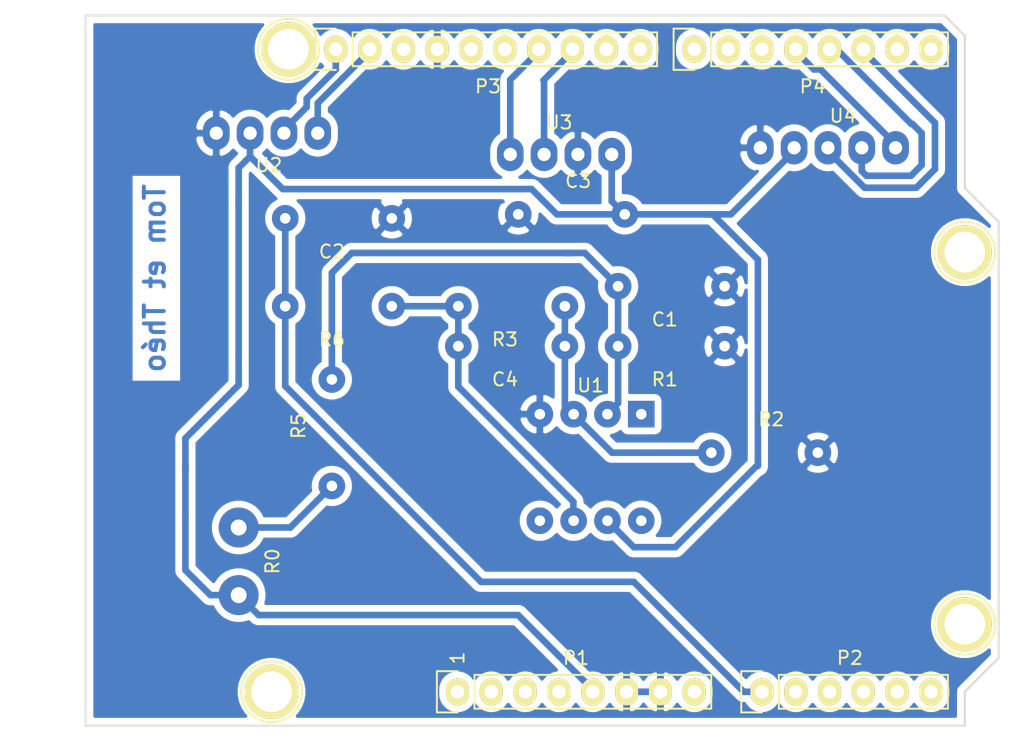
<source format=kicad_pcb>
(kicad_pcb (version 20171130) (host pcbnew "(5.1.9)-1")

  (general
    (thickness 1.6)
    (drawings 28)
    (tracks 110)
    (zones 0)
    (modules 22)
    (nets 42)
  )

  (page A4)
  (title_block
    (date "lun. 30 mars 2015")
  )

  (layers
    (0 F.Cu signal)
    (31 B.Cu signal)
    (32 B.Adhes user)
    (33 F.Adhes user)
    (34 B.Paste user)
    (35 F.Paste user)
    (36 B.SilkS user)
    (37 F.SilkS user)
    (38 B.Mask user)
    (39 F.Mask user)
    (40 Dwgs.User user)
    (41 Cmts.User user)
    (42 Eco1.User user)
    (43 Eco2.User user)
    (44 Edge.Cuts user)
    (45 Margin user)
    (46 B.CrtYd user)
    (47 F.CrtYd user)
    (48 B.Fab user)
    (49 F.Fab user)
  )

  (setup
    (last_trace_width 0.25)
    (user_trace_width 0.5)
    (trace_clearance 0.2)
    (zone_clearance 0.508)
    (zone_45_only no)
    (trace_min 0.2)
    (via_size 0.6)
    (via_drill 0.4)
    (via_min_size 0.4)
    (via_min_drill 0.3)
    (uvia_size 0.3)
    (uvia_drill 0.1)
    (uvias_allowed no)
    (uvia_min_size 0.2)
    (uvia_min_drill 0.1)
    (edge_width 0.15)
    (segment_width 0.15)
    (pcb_text_width 0.3)
    (pcb_text_size 1.5 1.5)
    (mod_edge_width 0.15)
    (mod_text_size 1 1)
    (mod_text_width 0.15)
    (pad_size 2 2.5)
    (pad_drill 1)
    (pad_to_mask_clearance 0)
    (aux_axis_origin 110.998 126.365)
    (grid_origin 110.998 126.365)
    (visible_elements 7FFFFFFF)
    (pcbplotparams
      (layerselection 0x00030_80000001)
      (usegerberextensions false)
      (usegerberattributes false)
      (usegerberadvancedattributes false)
      (creategerberjobfile false)
      (excludeedgelayer true)
      (linewidth 0.100000)
      (plotframeref false)
      (viasonmask false)
      (mode 1)
      (useauxorigin false)
      (hpglpennumber 1)
      (hpglpenspeed 20)
      (hpglpendiameter 15.000000)
      (psnegative false)
      (psa4output false)
      (plotreference true)
      (plotvalue true)
      (plotinvisibletext false)
      (padsonsilk false)
      (subtractmaskfromsilk false)
      (outputformat 1)
      (mirror false)
      (drillshape 1)
      (scaleselection 1)
      (outputdirectory ""))
  )

  (net 0 "")
  (net 1 /IOREF)
  (net 2 /Reset)
  (net 3 +5V)
  (net 4 GND)
  (net 5 /Vin)
  (net 6 /A1)
  (net 7 /A2)
  (net 8 /A3)
  (net 9 /AREF)
  (net 10 "/9(**)")
  (net 11 /8)
  (net 12 /7)
  (net 13 "/6(**)")
  (net 14 "/5(**)")
  (net 15 "/1(Tx)")
  (net 16 "/0(Rx)")
  (net 17 "Net-(P5-Pad1)")
  (net 18 "Net-(P6-Pad1)")
  (net 19 "Net-(P7-Pad1)")
  (net 20 "Net-(P8-Pad1)")
  (net 21 "/13(SCK)")
  (net 22 "Net-(P1-Pad1)")
  (net 23 "/12(MISO)")
  (net 24 IN+)
  (net 25 ADC)
  (net 26 "Net-(C4-Pad1)")
  (net 27 IN-)
  (net 28 SDA)
  (net 29 SDK)
  (net 30 TX)
  (net 31 RX)
  (net 32 CLK)
  (net 33 DATA)
  (net 34 SWITCH)
  (net 35 "Net-(R0-Pad2)")
  (net 36 "Net-(U1-Pad1)")
  (net 37 "Net-(U1-Pad5)")
  (net 38 "Net-(U1-Pad8)")
  (net 39 "Net-(P1-Pad4)")
  (net 40 "Net-(P2-Pad5)")
  (net 41 "Net-(P2-Pad6)")

  (net_class Default "This is the default net class."
    (clearance 0.2)
    (trace_width 0.25)
    (via_dia 0.6)
    (via_drill 0.4)
    (uvia_dia 0.3)
    (uvia_drill 0.1)
    (add_net +5V)
    (add_net "/0(Rx)")
    (add_net "/1(Tx)")
    (add_net "/12(MISO)")
    (add_net "/13(SCK)")
    (add_net "/5(**)")
    (add_net "/6(**)")
    (add_net /7)
    (add_net /8)
    (add_net "/9(**)")
    (add_net /A1)
    (add_net /A2)
    (add_net /A3)
    (add_net /AREF)
    (add_net /IOREF)
    (add_net /Reset)
    (add_net /Vin)
    (add_net ADC)
    (add_net CLK)
    (add_net DATA)
    (add_net GND)
    (add_net IN+)
    (add_net IN-)
    (add_net "Net-(C4-Pad1)")
    (add_net "Net-(P1-Pad1)")
    (add_net "Net-(P1-Pad4)")
    (add_net "Net-(P2-Pad5)")
    (add_net "Net-(P2-Pad6)")
    (add_net "Net-(P5-Pad1)")
    (add_net "Net-(P6-Pad1)")
    (add_net "Net-(P7-Pad1)")
    (add_net "Net-(P8-Pad1)")
    (add_net "Net-(R0-Pad2)")
    (add_net "Net-(U1-Pad1)")
    (add_net "Net-(U1-Pad5)")
    (add_net "Net-(U1-Pad8)")
    (add_net RX)
    (add_net SDA)
    (add_net SDK)
    (add_net SWITCH)
    (add_net TX)
  )

  (module Socket_Arduino_Uno:Socket_Strip_Arduino_1x08 locked (layer F.Cu) (tedit 552168D2) (tstamp 551AF9EA)
    (at 138.938 123.825)
    (descr "Through hole socket strip")
    (tags "socket strip")
    (path /56D70129)
    (fp_text reference P1 (at 8.89 -2.54) (layer F.SilkS)
      (effects (font (size 1 1) (thickness 0.15)))
    )
    (fp_text value Power (at 8.89 -4.064) (layer F.Fab)
      (effects (font (size 1 1) (thickness 0.15)))
    )
    (fp_line (start -1.55 -1.55) (end -1.55 1.55) (layer F.SilkS) (width 0.15))
    (fp_line (start 0 -1.55) (end -1.55 -1.55) (layer F.SilkS) (width 0.15))
    (fp_line (start 1.27 1.27) (end 1.27 -1.27) (layer F.SilkS) (width 0.15))
    (fp_line (start -1.55 1.55) (end 0 1.55) (layer F.SilkS) (width 0.15))
    (fp_line (start 19.05 -1.27) (end 1.27 -1.27) (layer F.SilkS) (width 0.15))
    (fp_line (start 19.05 1.27) (end 19.05 -1.27) (layer F.SilkS) (width 0.15))
    (fp_line (start 1.27 1.27) (end 19.05 1.27) (layer F.SilkS) (width 0.15))
    (fp_line (start -1.75 1.75) (end 19.55 1.75) (layer F.CrtYd) (width 0.05))
    (fp_line (start -1.75 -1.75) (end 19.55 -1.75) (layer F.CrtYd) (width 0.05))
    (fp_line (start 19.55 -1.75) (end 19.55 1.75) (layer F.CrtYd) (width 0.05))
    (fp_line (start -1.75 -1.75) (end -1.75 1.75) (layer F.CrtYd) (width 0.05))
    (pad 1 thru_hole oval (at 0 0) (size 1.7272 2.032) (drill 1.016) (layers *.Cu *.Mask F.SilkS)
      (net 22 "Net-(P1-Pad1)"))
    (pad 2 thru_hole oval (at 2.54 0) (size 1.7272 2.032) (drill 1.016) (layers *.Cu *.Mask F.SilkS)
      (net 1 /IOREF))
    (pad 3 thru_hole oval (at 5.08 0) (size 1.7272 2.032) (drill 1.016) (layers *.Cu *.Mask F.SilkS)
      (net 2 /Reset))
    (pad 4 thru_hole oval (at 7.62 0) (size 1.7272 2.032) (drill 1.016) (layers *.Cu *.Mask F.SilkS)
      (net 39 "Net-(P1-Pad4)"))
    (pad 5 thru_hole oval (at 10.16 0) (size 1.7272 2.032) (drill 1.016) (layers *.Cu *.Mask F.SilkS)
      (net 3 +5V))
    (pad 6 thru_hole oval (at 12.7 0) (size 1.7272 2.032) (drill 1.016) (layers *.Cu *.Mask F.SilkS)
      (net 4 GND))
    (pad 7 thru_hole oval (at 15.24 0) (size 1.7272 2.032) (drill 1.016) (layers *.Cu *.Mask F.SilkS)
      (net 4 GND))
    (pad 8 thru_hole oval (at 17.78 0) (size 1.7272 2.032) (drill 1.016) (layers *.Cu *.Mask F.SilkS)
      (net 5 /Vin))
    (model ${KIPRJMOD}/Socket_Arduino_Uno.3dshapes/Socket_header_Arduino_1x08.wrl
      (offset (xyz 8.889999866485596 0 0))
      (scale (xyz 1 1 1))
      (rotate (xyz 0 0 180))
    )
  )

  (module Socket_Arduino_Uno:Socket_Strip_Arduino_1x06 locked (layer F.Cu) (tedit 552168D6) (tstamp 551AF9FF)
    (at 161.798 123.825)
    (descr "Through hole socket strip")
    (tags "socket strip")
    (path /56D70DD8)
    (fp_text reference P2 (at 6.604 -2.54) (layer F.SilkS)
      (effects (font (size 1 1) (thickness 0.15)))
    )
    (fp_text value Analog (at 6.604 -4.064) (layer F.Fab)
      (effects (font (size 1 1) (thickness 0.15)))
    )
    (fp_line (start -1.55 -1.55) (end -1.55 1.55) (layer F.SilkS) (width 0.15))
    (fp_line (start 0 -1.55) (end -1.55 -1.55) (layer F.SilkS) (width 0.15))
    (fp_line (start 1.27 1.27) (end 1.27 -1.27) (layer F.SilkS) (width 0.15))
    (fp_line (start -1.55 1.55) (end 0 1.55) (layer F.SilkS) (width 0.15))
    (fp_line (start 13.97 -1.27) (end 1.27 -1.27) (layer F.SilkS) (width 0.15))
    (fp_line (start 13.97 1.27) (end 13.97 -1.27) (layer F.SilkS) (width 0.15))
    (fp_line (start 1.27 1.27) (end 13.97 1.27) (layer F.SilkS) (width 0.15))
    (fp_line (start -1.75 1.75) (end 14.45 1.75) (layer F.CrtYd) (width 0.05))
    (fp_line (start -1.75 -1.75) (end 14.45 -1.75) (layer F.CrtYd) (width 0.05))
    (fp_line (start 14.45 -1.75) (end 14.45 1.75) (layer F.CrtYd) (width 0.05))
    (fp_line (start -1.75 -1.75) (end -1.75 1.75) (layer F.CrtYd) (width 0.05))
    (pad 1 thru_hole oval (at 0 0) (size 1.7272 2.032) (drill 1.016) (layers *.Cu *.Mask F.SilkS)
      (net 25 ADC))
    (pad 2 thru_hole oval (at 2.54 0) (size 1.7272 2.032) (drill 1.016) (layers *.Cu *.Mask F.SilkS)
      (net 6 /A1))
    (pad 3 thru_hole oval (at 5.08 0) (size 1.7272 2.032) (drill 1.016) (layers *.Cu *.Mask F.SilkS)
      (net 7 /A2))
    (pad 4 thru_hole oval (at 7.62 0) (size 1.7272 2.032) (drill 1.016) (layers *.Cu *.Mask F.SilkS)
      (net 8 /A3))
    (pad 5 thru_hole oval (at 10.16 0) (size 1.7272 2.032) (drill 1.016) (layers *.Cu *.Mask F.SilkS)
      (net 40 "Net-(P2-Pad5)"))
    (pad 6 thru_hole oval (at 12.7 0) (size 1.7272 2.032) (drill 1.016) (layers *.Cu *.Mask F.SilkS)
      (net 41 "Net-(P2-Pad6)"))
    (model ${KIPRJMOD}/Socket_Arduino_Uno.3dshapes/Socket_header_Arduino_1x06.wrl
      (offset (xyz 6.349999904632568 0 0))
      (scale (xyz 1 1 1))
      (rotate (xyz 0 0 180))
    )
  )

  (module Socket_Arduino_Uno:Socket_Strip_Arduino_1x10 locked (layer F.Cu) (tedit 552168BF) (tstamp 551AFA18)
    (at 129.794 75.565)
    (descr "Through hole socket strip")
    (tags "socket strip")
    (path /56D721E0)
    (fp_text reference P3 (at 11.43 2.794) (layer F.SilkS)
      (effects (font (size 1 1) (thickness 0.15)))
    )
    (fp_text value Digital (at 11.43 4.318) (layer F.Fab)
      (effects (font (size 1 1) (thickness 0.15)))
    )
    (fp_line (start -1.55 -1.55) (end -1.55 1.55) (layer F.SilkS) (width 0.15))
    (fp_line (start 0 -1.55) (end -1.55 -1.55) (layer F.SilkS) (width 0.15))
    (fp_line (start 1.27 1.27) (end 1.27 -1.27) (layer F.SilkS) (width 0.15))
    (fp_line (start -1.55 1.55) (end 0 1.55) (layer F.SilkS) (width 0.15))
    (fp_line (start 24.13 -1.27) (end 1.27 -1.27) (layer F.SilkS) (width 0.15))
    (fp_line (start 24.13 1.27) (end 24.13 -1.27) (layer F.SilkS) (width 0.15))
    (fp_line (start 1.27 1.27) (end 24.13 1.27) (layer F.SilkS) (width 0.15))
    (fp_line (start -1.75 1.75) (end 24.65 1.75) (layer F.CrtYd) (width 0.05))
    (fp_line (start -1.75 -1.75) (end 24.65 -1.75) (layer F.CrtYd) (width 0.05))
    (fp_line (start 24.65 -1.75) (end 24.65 1.75) (layer F.CrtYd) (width 0.05))
    (fp_line (start -1.75 -1.75) (end -1.75 1.75) (layer F.CrtYd) (width 0.05))
    (pad 1 thru_hole oval (at 0 0) (size 1.7272 2.032) (drill 1.016) (layers *.Cu *.Mask F.SilkS)
      (net 29 SDK))
    (pad 2 thru_hole oval (at 2.54 0) (size 1.7272 2.032) (drill 1.016) (layers *.Cu *.Mask F.SilkS)
      (net 28 SDA))
    (pad 3 thru_hole oval (at 5.08 0) (size 1.7272 2.032) (drill 1.016) (layers *.Cu *.Mask F.SilkS)
      (net 9 /AREF))
    (pad 4 thru_hole oval (at 7.62 0) (size 1.7272 2.032) (drill 1.016) (layers *.Cu *.Mask F.SilkS)
      (net 4 GND))
    (pad 5 thru_hole oval (at 10.16 0) (size 1.7272 2.032) (drill 1.016) (layers *.Cu *.Mask F.SilkS)
      (net 21 "/13(SCK)"))
    (pad 6 thru_hole oval (at 12.7 0) (size 1.7272 2.032) (drill 1.016) (layers *.Cu *.Mask F.SilkS)
      (net 23 "/12(MISO)"))
    (pad 7 thru_hole oval (at 15.24 0) (size 1.7272 2.032) (drill 1.016) (layers *.Cu *.Mask F.SilkS)
      (net 30 TX))
    (pad 8 thru_hole oval (at 17.78 0) (size 1.7272 2.032) (drill 1.016) (layers *.Cu *.Mask F.SilkS)
      (net 31 RX))
    (pad 9 thru_hole oval (at 20.32 0) (size 1.7272 2.032) (drill 1.016) (layers *.Cu *.Mask F.SilkS)
      (net 10 "/9(**)"))
    (pad 10 thru_hole oval (at 22.86 0) (size 1.7272 2.032) (drill 1.016) (layers *.Cu *.Mask F.SilkS)
      (net 11 /8))
    (model ${KIPRJMOD}/Socket_Arduino_Uno.3dshapes/Socket_header_Arduino_1x10.wrl
      (offset (xyz 11.42999982833862 0 0))
      (scale (xyz 1 1 1))
      (rotate (xyz 0 0 180))
    )
  )

  (module Socket_Arduino_Uno:Socket_Strip_Arduino_1x08 locked (layer F.Cu) (tedit 552168C7) (tstamp 551AFA2F)
    (at 156.718 75.565)
    (descr "Through hole socket strip")
    (tags "socket strip")
    (path /56D7164F)
    (fp_text reference P4 (at 8.89 2.794) (layer F.SilkS)
      (effects (font (size 1 1) (thickness 0.15)))
    )
    (fp_text value Digital (at 8.89 4.318) (layer F.Fab)
      (effects (font (size 1 1) (thickness 0.15)))
    )
    (fp_line (start -1.55 -1.55) (end -1.55 1.55) (layer F.SilkS) (width 0.15))
    (fp_line (start 0 -1.55) (end -1.55 -1.55) (layer F.SilkS) (width 0.15))
    (fp_line (start 1.27 1.27) (end 1.27 -1.27) (layer F.SilkS) (width 0.15))
    (fp_line (start -1.55 1.55) (end 0 1.55) (layer F.SilkS) (width 0.15))
    (fp_line (start 19.05 -1.27) (end 1.27 -1.27) (layer F.SilkS) (width 0.15))
    (fp_line (start 19.05 1.27) (end 19.05 -1.27) (layer F.SilkS) (width 0.15))
    (fp_line (start 1.27 1.27) (end 19.05 1.27) (layer F.SilkS) (width 0.15))
    (fp_line (start -1.75 1.75) (end 19.55 1.75) (layer F.CrtYd) (width 0.05))
    (fp_line (start -1.75 -1.75) (end 19.55 -1.75) (layer F.CrtYd) (width 0.05))
    (fp_line (start 19.55 -1.75) (end 19.55 1.75) (layer F.CrtYd) (width 0.05))
    (fp_line (start -1.75 -1.75) (end -1.75 1.75) (layer F.CrtYd) (width 0.05))
    (pad 1 thru_hole oval (at 0 0) (size 1.7272 2.032) (drill 1.016) (layers *.Cu *.Mask F.SilkS)
      (net 12 /7))
    (pad 2 thru_hole oval (at 2.54 0) (size 1.7272 2.032) (drill 1.016) (layers *.Cu *.Mask F.SilkS)
      (net 13 "/6(**)"))
    (pad 3 thru_hole oval (at 5.08 0) (size 1.7272 2.032) (drill 1.016) (layers *.Cu *.Mask F.SilkS)
      (net 14 "/5(**)"))
    (pad 4 thru_hole oval (at 7.62 0) (size 1.7272 2.032) (drill 1.016) (layers *.Cu *.Mask F.SilkS)
      (net 32 CLK))
    (pad 5 thru_hole oval (at 10.16 0) (size 1.7272 2.032) (drill 1.016) (layers *.Cu *.Mask F.SilkS)
      (net 33 DATA))
    (pad 6 thru_hole oval (at 12.7 0) (size 1.7272 2.032) (drill 1.016) (layers *.Cu *.Mask F.SilkS)
      (net 34 SWITCH))
    (pad 7 thru_hole oval (at 15.24 0) (size 1.7272 2.032) (drill 1.016) (layers *.Cu *.Mask F.SilkS)
      (net 15 "/1(Tx)"))
    (pad 8 thru_hole oval (at 17.78 0) (size 1.7272 2.032) (drill 1.016) (layers *.Cu *.Mask F.SilkS)
      (net 16 "/0(Rx)"))
    (model ${KIPRJMOD}/Socket_Arduino_Uno.3dshapes/Socket_header_Arduino_1x08.wrl
      (offset (xyz 8.889999866485596 0 0))
      (scale (xyz 1 1 1))
      (rotate (xyz 0 0 180))
    )
  )

  (module Socket_Arduino_Uno:Arduino_1pin locked (layer F.Cu) (tedit 5524FC39) (tstamp 5524FC3F)
    (at 124.968 123.825)
    (descr "module 1 pin (ou trou mecanique de percage)")
    (tags DEV)
    (path /56D71177)
    (fp_text reference P5 (at 0 -3.048) (layer F.SilkS) hide
      (effects (font (size 1 1) (thickness 0.15)))
    )
    (fp_text value CONN_01X01 (at 0 2.794) (layer F.Fab) hide
      (effects (font (size 1 1) (thickness 0.15)))
    )
    (fp_circle (center 0 0) (end 0 -2.286) (layer F.SilkS) (width 0.15))
    (pad 1 thru_hole circle (at 0 0) (size 4.064 4.064) (drill 3.048) (layers *.Cu *.Mask F.SilkS)
      (net 17 "Net-(P5-Pad1)"))
  )

  (module Socket_Arduino_Uno:Arduino_1pin locked (layer F.Cu) (tedit 5524FC4A) (tstamp 5524FC44)
    (at 177.038 118.745)
    (descr "module 1 pin (ou trou mecanique de percage)")
    (tags DEV)
    (path /56D71274)
    (fp_text reference P6 (at 0 -3.048) (layer F.SilkS) hide
      (effects (font (size 1 1) (thickness 0.15)))
    )
    (fp_text value CONN_01X01 (at 0 2.794) (layer F.Fab) hide
      (effects (font (size 1 1) (thickness 0.15)))
    )
    (fp_circle (center 0 0) (end 0 -2.286) (layer F.SilkS) (width 0.15))
    (pad 1 thru_hole circle (at 0 0) (size 4.064 4.064) (drill 3.048) (layers *.Cu *.Mask F.SilkS)
      (net 18 "Net-(P6-Pad1)"))
  )

  (module Socket_Arduino_Uno:Arduino_1pin locked (layer F.Cu) (tedit 5524FC2F) (tstamp 5524FC49)
    (at 126.238 75.565)
    (descr "module 1 pin (ou trou mecanique de percage)")
    (tags DEV)
    (path /56D712A8)
    (fp_text reference P7 (at 0 -3.048) (layer F.SilkS) hide
      (effects (font (size 1 1) (thickness 0.15)))
    )
    (fp_text value CONN_01X01 (at 0 2.794) (layer F.Fab) hide
      (effects (font (size 1 1) (thickness 0.15)))
    )
    (fp_circle (center 0 0) (end 0 -2.286) (layer F.SilkS) (width 0.15))
    (pad 1 thru_hole circle (at 0 0) (size 4.064 4.064) (drill 3.048) (layers *.Cu *.Mask F.SilkS)
      (net 19 "Net-(P7-Pad1)"))
  )

  (module Socket_Arduino_Uno:Arduino_1pin locked (layer F.Cu) (tedit 5524FC41) (tstamp 5524FC4E)
    (at 177.038 90.805)
    (descr "module 1 pin (ou trou mecanique de percage)")
    (tags DEV)
    (path /56D712DB)
    (fp_text reference P8 (at 0 -3.048) (layer F.SilkS) hide
      (effects (font (size 1 1) (thickness 0.15)))
    )
    (fp_text value CONN_01X01 (at 0 2.794) (layer F.Fab) hide
      (effects (font (size 1 1) (thickness 0.15)))
    )
    (fp_circle (center 0 0) (end 0 -2.286) (layer F.SilkS) (width 0.15))
    (pad 1 thru_hole circle (at 0 0) (size 4.064 4.064) (drill 3.048) (layers *.Cu *.Mask F.SilkS)
      (net 20 "Net-(P8-Pad1)"))
  )

  (module Shield_capteur:Composant (layer F.Cu) (tedit 6047B6A6) (tstamp 607F6A18)
    (at 150.998 93.365)
    (path /60376679)
    (fp_text reference C1 (at 3.5 2.5) (layer F.SilkS)
      (effects (font (size 1 1) (thickness 0.15)))
    )
    (fp_text value 100N (at 4.45 -1.29) (layer F.Fab)
      (effects (font (size 1 1) (thickness 0.15)))
    )
    (pad 2 thru_hole circle (at 8 0) (size 2 2) (drill 0.8) (layers *.Cu *.Mask)
      (net 4 GND))
    (pad 1 thru_hole circle (at 0 0) (size 2 2) (drill 0.8) (layers *.Cu *.Mask)
      (net 24 IN+))
  )

  (module Shield_capteur:Composant (layer F.Cu) (tedit 6047B6A6) (tstamp 607F6A1D)
    (at 125.998 88.265)
    (path /6039973D)
    (fp_text reference C2 (at 3.5 2.5) (layer F.SilkS)
      (effects (font (size 1 1) (thickness 0.15)))
    )
    (fp_text value 100N (at 3.8 -0.4) (layer F.Fab)
      (effects (font (size 1 1) (thickness 0.15)))
    )
    (pad 1 thru_hole circle (at 0 0) (size 2 2) (drill 0.8) (layers *.Cu *.Mask)
      (net 25 ADC))
    (pad 2 thru_hole circle (at 8 0) (size 2 2) (drill 0.8) (layers *.Cu *.Mask)
      (net 4 GND))
  )

  (module Shield_capteur:Composant (layer F.Cu) (tedit 6047B6A6) (tstamp 607F6A22)
    (at 151.498 87.965 180)
    (path /603882F5)
    (fp_text reference C3 (at 3.5 2.5) (layer F.SilkS)
      (effects (font (size 1 1) (thickness 0.15)))
    )
    (fp_text value 100n (at 3.67 -1.57) (layer F.Fab)
      (effects (font (size 1 1) (thickness 0.15)))
    )
    (pad 2 thru_hole circle (at 8 0 180) (size 2 2) (drill 0.8) (layers *.Cu *.Mask)
      (net 4 GND))
    (pad 1 thru_hole circle (at 0 0 180) (size 2 2) (drill 0.8) (layers *.Cu *.Mask)
      (net 3 +5V))
  )

  (module Shield_capteur:Composant (layer F.Cu) (tedit 6047B6A6) (tstamp 607F6A27)
    (at 138.998 97.865)
    (path /603990C3)
    (fp_text reference C4 (at 3.5 2.5) (layer F.SilkS)
      (effects (font (size 1 1) (thickness 0.15)))
    )
    (fp_text value 1µ (at 3.75 0.56) (layer F.Fab)
      (effects (font (size 1 1) (thickness 0.15)))
    )
    (pad 2 thru_hole circle (at 8 0) (size 2 2) (drill 0.8) (layers *.Cu *.Mask)
      (net 27 IN-))
    (pad 1 thru_hole circle (at 0 0) (size 2 2) (drill 0.8) (layers *.Cu *.Mask)
      (net 26 "Net-(C4-Pad1)"))
  )

  (module Shield_capteur:Sensor (layer F.Cu) (tedit 604874A4) (tstamp 607F6A2C)
    (at 122.498 116.565 90)
    (path /60362378)
    (fp_text reference R0 (at 2.54 2.54 90) (layer F.SilkS)
      (effects (font (size 1 1) (thickness 0.15)))
    )
    (fp_text value Rsensor (at 2.54 -2.54 90) (layer F.Fab)
      (effects (font (size 1 1) (thickness 0.15)))
    )
    (pad 1 thru_hole oval (at 0 0 90) (size 3 3) (drill 1.2) (layers *.Cu *.Mask)
      (net 3 +5V))
    (pad 2 thru_hole oval (at 5.08 0 90) (size 3 3) (drill 1.2) (layers *.Cu *.Mask)
      (net 35 "Net-(R0-Pad2)"))
  )

  (module Shield_capteur:Composant (layer F.Cu) (tedit 6047B6A6) (tstamp 607F6A31)
    (at 150.998 97.865)
    (path /60376DB3)
    (fp_text reference R1 (at 3.5 2.5) (layer F.SilkS)
      (effects (font (size 1 1) (thickness 0.15)))
    )
    (fp_text value 100K (at 4.45 0.56) (layer F.Fab)
      (effects (font (size 1 1) (thickness 0.15)))
    )
    (pad 1 thru_hole circle (at 0 0) (size 2 2) (drill 0.8) (layers *.Cu *.Mask)
      (net 24 IN+))
    (pad 2 thru_hole circle (at 8 0) (size 2 2) (drill 0.8) (layers *.Cu *.Mask)
      (net 4 GND))
  )

  (module Shield_capteur:Composant (layer F.Cu) (tedit 6047B6A6) (tstamp 607F6A36)
    (at 165.998 105.865 180)
    (path /60399FBB)
    (fp_text reference R2 (at 3.5 2.5) (layer F.SilkS)
      (effects (font (size 1 1) (thickness 0.15)))
    )
    (fp_text value 1K (at 4.2 -1.45) (layer F.Fab)
      (effects (font (size 1 1) (thickness 0.15)))
    )
    (pad 2 thru_hole circle (at 8 0 180) (size 2 2) (drill 0.8) (layers *.Cu *.Mask)
      (net 27 IN-))
    (pad 1 thru_hole circle (at 0 0 180) (size 2 2) (drill 0.8) (layers *.Cu *.Mask)
      (net 4 GND))
  )

  (module Shield_capteur:Composant (layer F.Cu) (tedit 6047B6A6) (tstamp 607F6A3B)
    (at 138.998 94.865)
    (path /603AB134)
    (fp_text reference R3 (at 3.5 2.5) (layer F.SilkS)
      (effects (font (size 1 1) (thickness 0.15)))
    )
    (fp_text value 100K (at 3.75 -0.25) (layer F.Fab)
      (effects (font (size 1 1) (thickness 0.15)))
    )
    (pad 1 thru_hole circle (at 0 0) (size 2 2) (drill 0.8) (layers *.Cu *.Mask)
      (net 26 "Net-(C4-Pad1)"))
    (pad 2 thru_hole circle (at 8 0) (size 2 2) (drill 0.8) (layers *.Cu *.Mask)
      (net 27 IN-))
  )

  (module Shield_capteur:Composant (layer F.Cu) (tedit 6047B6A6) (tstamp 607F6A40)
    (at 129.498 100.365 270)
    (path /603745AD)
    (fp_text reference R5 (at 3.5 2.5 90) (layer F.SilkS)
      (effects (font (size 1 1) (thickness 0.15)))
    )
    (fp_text value 10K (at 4.41 -0.55 90) (layer F.Fab)
      (effects (font (size 1 1) (thickness 0.15)))
    )
    (pad 1 thru_hole circle (at 0 0 270) (size 2 2) (drill 0.8) (layers *.Cu *.Mask)
      (net 24 IN+))
    (pad 2 thru_hole circle (at 8 0 270) (size 2 2) (drill 0.8) (layers *.Cu *.Mask)
      (net 35 "Net-(R0-Pad2)"))
  )

  (module Shield_capteur:Composant (layer F.Cu) (tedit 6047B6A6) (tstamp 607F6A45)
    (at 125.998 94.865)
    (path /603A6C6B)
    (fp_text reference R6 (at 3.5 2.5) (layer F.SilkS)
      (effects (font (size 1 1) (thickness 0.15)))
    )
    (fp_text value 1k (at 4.1 0) (layer F.Fab)
      (effects (font (size 1 1) (thickness 0.15)))
    )
    (pad 1 thru_hole circle (at 0 0) (size 2 2) (drill 0.8) (layers *.Cu *.Mask)
      (net 25 ADC))
    (pad 2 thru_hole circle (at 8 0) (size 2 2) (drill 0.8) (layers *.Cu *.Mask)
      (net 26 "Net-(C4-Pad1)"))
  )

  (module Shield_capteur:Microcontroler (layer F.Cu) (tedit 607F02DF) (tstamp 607F6A4A)
    (at 152.738 110.975 180)
    (path /603685CF)
    (fp_text reference U1 (at 3.81 10.16) (layer F.SilkS)
      (effects (font (size 1 1) (thickness 0.15)))
    )
    (fp_text value LT1050 (at 3.81 4.35) (layer F.Fab)
      (effects (font (size 1 1) (thickness 0.15)))
    )
    (pad 8 thru_hole oval (at 0 0 180) (size 2 2) (drill 0.8) (layers *.Cu *.Mask)
      (net 38 "Net-(U1-Pad8)"))
    (pad 7 thru_hole oval (at 2.54 0 180) (size 2 2) (drill 0.8) (layers *.Cu *.Mask)
      (net 3 +5V))
    (pad 6 thru_hole oval (at 5.08 0 180) (size 2 2) (drill 0.8) (layers *.Cu *.Mask)
      (net 26 "Net-(C4-Pad1)"))
    (pad 5 thru_hole oval (at 7.62 0 180) (size 2 2) (drill 0.8) (layers *.Cu *.Mask)
      (net 37 "Net-(U1-Pad5)"))
    (pad 1 thru_hole rect (at 0 8 180) (size 2 2) (drill 0.8) (layers *.Cu *.Mask)
      (net 36 "Net-(U1-Pad1)"))
    (pad 2 thru_hole oval (at 2.54 8 180) (size 2 2) (drill 0.8) (layers *.Cu *.Mask)
      (net 27 IN-))
    (pad 3 thru_hole oval (at 5.08 8 180) (size 2 2) (drill 0.8) (layers *.Cu *.Mask)
      (net 24 IN+))
    (pad 4 thru_hole oval (at 7.62 8 180) (size 2 2) (drill 0.8) (layers *.Cu *.Mask)
      (net 4 GND))
  )

  (module Shield_capteur:OLED (layer F.Cu) (tedit 604871AA) (tstamp 607F6A55)
    (at 120.818 81.865)
    (path /603D052A)
    (fp_text reference U2 (at 3.95 2.4) (layer F.SilkS)
      (effects (font (size 1 1) (thickness 0.15)))
    )
    (fp_text value OLED (at 3.7 -2.45) (layer F.Fab)
      (effects (font (size 1 1) (thickness 0.15)))
    )
    (pad 1 thru_hole oval (at 0 0) (size 2 2.5) (drill 1) (layers *.Cu *.Mask)
      (net 4 GND))
    (pad 2 thru_hole oval (at 2.54 0) (size 2 2.5) (drill 1) (layers *.Cu *.Mask)
      (net 3 +5V))
    (pad 3 thru_hole oval (at 5.08 0) (size 2 2.5) (drill 1) (layers *.Cu *.Mask)
      (net 29 SDK))
    (pad 4 thru_hole oval (at 7.62 0) (size 2 2.5) (drill 1) (layers *.Cu *.Mask)
      (net 28 SDA))
  )

  (module Shield_capteur:Bluetooth (layer F.Cu) (tedit 604871AA) (tstamp 607F6A5C)
    (at 150.518 83.465 180)
    (path /603C596B)
    (fp_text reference U3 (at 3.95 2.4) (layer F.SilkS)
      (effects (font (size 1 1) (thickness 0.15)))
    )
    (fp_text value HC05 (at 3.7 -2.26) (layer F.Fab)
      (effects (font (size 1 1) (thickness 0.15)))
    )
    (pad 1 thru_hole oval (at 0 0 180) (size 2 2.5) (drill 1) (layers *.Cu *.Mask)
      (net 3 +5V))
    (pad 2 thru_hole oval (at 2.54 0 180) (size 2 2.5) (drill 1) (layers *.Cu *.Mask)
      (net 4 GND))
    (pad 3 thru_hole oval (at 5.08 0 180) (size 2 2.5) (drill 1) (layers *.Cu *.Mask)
      (net 31 RX))
    (pad 4 thru_hole oval (at 7.62 0 180) (size 2 2.5) (drill 1) (layers *.Cu *.Mask)
      (net 30 TX))
  )

  (module Shield_capteur:Encodeur (layer F.Cu) (tedit 60487185) (tstamp 607F6A63)
    (at 171.838 82.965 180)
    (path /603D30C3)
    (fp_text reference U4 (at 3.95 2.4) (layer F.SilkS)
      (effects (font (size 1 1) (thickness 0.15)))
    )
    (fp_text value encodeur (at 6.23 -2.45) (layer F.Fab)
      (effects (font (size 1 1) (thickness 0.15)))
    )
    (pad 1 thru_hole oval (at 0 0 180) (size 2 2.5) (drill 1) (layers *.Cu *.Mask)
      (net 32 CLK))
    (pad 2 thru_hole oval (at 2.54 0 180) (size 2 2.5) (drill 1) (layers *.Cu *.Mask)
      (net 33 DATA))
    (pad 3 thru_hole oval (at 5.08 0 180) (size 2 2.5) (drill 1) (layers *.Cu *.Mask)
      (net 34 SWITCH))
    (pad 4 thru_hole oval (at 7.62 0 180) (size 2 2.5) (drill 1) (layers *.Cu *.Mask)
      (net 3 +5V))
    (pad 5 thru_hole oval (at 10.16 0 180) (size 2 2.5) (drill 1) (layers *.Cu *.Mask)
      (net 4 GND))
  )

  (gr_text "Tom et Théo" (at 116.198 92.765 90) (layer B.Cu)
    (effects (font (size 1.5 1.5) (thickness 0.3)) (justify mirror))
  )
  (gr_text 1 (at 138.938 121.285 90) (layer F.SilkS)
    (effects (font (size 1 1) (thickness 0.15)))
  )
  (gr_circle (center 117.348 76.962) (end 118.618 76.962) (layer Dwgs.User) (width 0.15))
  (gr_line (start 114.427 78.994) (end 114.427 74.93) (angle 90) (layer Dwgs.User) (width 0.15))
  (gr_line (start 120.269 78.994) (end 114.427 78.994) (angle 90) (layer Dwgs.User) (width 0.15))
  (gr_line (start 120.269 74.93) (end 120.269 78.994) (angle 90) (layer Dwgs.User) (width 0.15))
  (gr_line (start 114.427 74.93) (end 120.269 74.93) (angle 90) (layer Dwgs.User) (width 0.15))
  (gr_line (start 120.523 93.98) (end 104.648 93.98) (angle 90) (layer Dwgs.User) (width 0.15))
  (gr_line (start 177.038 74.549) (end 175.514 73.025) (angle 90) (layer Edge.Cuts) (width 0.15))
  (gr_line (start 177.038 85.979) (end 177.038 74.549) (angle 90) (layer Edge.Cuts) (width 0.15))
  (gr_line (start 179.578 88.519) (end 177.038 85.979) (angle 90) (layer Edge.Cuts) (width 0.15))
  (gr_line (start 179.578 121.285) (end 179.578 88.519) (angle 90) (layer Edge.Cuts) (width 0.15))
  (gr_line (start 177.038 123.825) (end 179.578 121.285) (angle 90) (layer Edge.Cuts) (width 0.15))
  (gr_line (start 177.038 126.365) (end 177.038 123.825) (angle 90) (layer Edge.Cuts) (width 0.15))
  (gr_line (start 110.998 126.365) (end 177.038 126.365) (angle 90) (layer Edge.Cuts) (width 0.15))
  (gr_line (start 110.998 73.025) (end 110.998 126.365) (angle 90) (layer Edge.Cuts) (width 0.15))
  (gr_line (start 175.514 73.025) (end 110.998 73.025) (angle 90) (layer Edge.Cuts) (width 0.15))
  (gr_line (start 173.355 102.235) (end 173.355 94.615) (angle 90) (layer Dwgs.User) (width 0.15))
  (gr_line (start 178.435 102.235) (end 173.355 102.235) (angle 90) (layer Dwgs.User) (width 0.15))
  (gr_line (start 178.435 94.615) (end 178.435 102.235) (angle 90) (layer Dwgs.User) (width 0.15))
  (gr_line (start 173.355 94.615) (end 178.435 94.615) (angle 90) (layer Dwgs.User) (width 0.15))
  (gr_line (start 109.093 123.19) (end 109.093 114.3) (angle 90) (layer Dwgs.User) (width 0.15))
  (gr_line (start 122.428 123.19) (end 109.093 123.19) (angle 90) (layer Dwgs.User) (width 0.15))
  (gr_line (start 122.428 114.3) (end 122.428 123.19) (angle 90) (layer Dwgs.User) (width 0.15))
  (gr_line (start 109.093 114.3) (end 122.428 114.3) (angle 90) (layer Dwgs.User) (width 0.15))
  (gr_line (start 104.648 93.98) (end 104.648 82.55) (angle 90) (layer Dwgs.User) (width 0.15))
  (gr_line (start 120.523 82.55) (end 120.523 93.98) (angle 90) (layer Dwgs.User) (width 0.15))
  (gr_line (start 104.648 82.55) (end 120.523 82.55) (angle 90) (layer Dwgs.User) (width 0.15))

  (segment (start 122.498 98.66368) (end 122.498 100.785) (width 0.5) (layer B.Cu) (net 3))
  (segment (start 122.498 100.785) (end 118.498 104.785) (width 0.5) (layer B.Cu) (net 3))
  (segment (start 122.498 84.475) (end 122.498 87.265) (width 0.5) (layer B.Cu) (net 3))
  (segment (start 123.358 83.615) (end 122.498 84.475) (width 0.5) (layer B.Cu) (net 3))
  (segment (start 123.358 81.865) (end 123.358 83.615) (width 0.5) (layer B.Cu) (net 3))
  (segment (start 122.498 86.655) (end 122.498 87.265) (width 0.5) (layer B.Cu) (net 3))
  (segment (start 122.498 87.265) (end 122.498 98.66368) (width 0.5) (layer B.Cu) (net 3))
  (segment (start 123.358 82.115) (end 123.358 81.865) (width 0.5) (layer B.Cu) (net 3))
  (segment (start 123.997999 118.064999) (end 143.490399 118.064999) (width 0.5) (layer B.Cu) (net 3))
  (segment (start 122.498 116.565) (end 123.997999 118.064999) (width 0.5) (layer B.Cu) (net 3))
  (segment (start 149.098 123.6726) (end 149.098 123.825) (width 0.5) (layer B.Cu) (net 3))
  (segment (start 143.490399 118.064999) (end 149.098 123.6726) (width 0.5) (layer B.Cu) (net 3))
  (segment (start 118.498 110.44368) (end 118.498 106.865) (width 0.5) (layer B.Cu) (net 3))
  (segment (start 118.498 104.785) (end 118.498 106.865) (width 0.5) (layer B.Cu) (net 3))
  (segment (start 118.498 106.865) (end 118.498 107.365) (width 0.5) (layer B.Cu) (net 3))
  (segment (start 118.498 114.68632) (end 118.498 110.44368) (width 0.5) (layer B.Cu) (net 3))
  (segment (start 120.37668 116.565) (end 118.498 114.68632) (width 0.5) (layer B.Cu) (net 3))
  (segment (start 122.498 116.565) (end 120.37668 116.565) (width 0.5) (layer B.Cu) (net 3))
  (segment (start 150.178 110.965) (end 151.628001 112.415001) (width 0.5) (layer B.Cu) (net 3))
  (segment (start 161.498 106.765) (end 161.498 106.865) (width 0.5) (layer B.Cu) (net 3))
  (segment (start 151.177999 111.964999) (end 150.178 110.965) (width 0.5) (layer B.Cu) (net 3))
  (segment (start 152.178 112.965) (end 151.177999 111.964999) (width 0.5) (layer B.Cu) (net 3))
  (segment (start 155.298 112.965) (end 152.178 112.965) (width 0.5) (layer B.Cu) (net 3))
  (segment (start 161.498 106.765) (end 155.298 112.965) (width 0.5) (layer B.Cu) (net 3))
  (segment (start 151.498 87.965) (end 146.398 87.965) (width 0.5) (layer B.Cu) (net 3))
  (segment (start 146.398 87.965) (end 144.498 86.065) (width 0.5) (layer B.Cu) (net 3))
  (segment (start 125.808 86.065) (end 123.358 83.615) (width 0.5) (layer B.Cu) (net 3))
  (segment (start 144.498 86.065) (end 125.808 86.065) (width 0.5) (layer B.Cu) (net 3))
  (segment (start 161.498 91.365) (end 161.498 106.765) (width 0.5) (layer B.Cu) (net 3))
  (segment (start 151.498 87.965) (end 158.098 87.965) (width 0.5) (layer B.Cu) (net 3))
  (segment (start 158.098 87.965) (end 161.498 91.365) (width 0.5) (layer B.Cu) (net 3))
  (segment (start 157.448 87.965) (end 158.098 87.965) (width 0.5) (layer B.Cu) (net 3))
  (segment (start 159.468 87.965) (end 158.098 87.965) (width 0.5) (layer B.Cu) (net 3))
  (segment (start 164.218 83.215) (end 159.468 87.965) (width 0.5) (layer B.Cu) (net 3))
  (segment (start 164.218 82.965) (end 164.218 83.215) (width 0.5) (layer B.Cu) (net 3))
  (segment (start 150.518 86.985) (end 151.498 87.965) (width 0.5) (layer B.Cu) (net 3))
  (segment (start 150.518 83.465) (end 150.518 86.985) (width 0.5) (layer B.Cu) (net 3))
  (segment (start 129.498 100.365) (end 129.498 92.365) (width 0.5) (layer B.Cu) (net 24))
  (segment (start 129.498 92.365) (end 130.998 90.865) (width 0.5) (layer B.Cu) (net 24))
  (segment (start 148.498 90.865) (end 150.998 93.365) (width 0.5) (layer B.Cu) (net 24))
  (segment (start 146.998 90.865) (end 148.498 90.865) (width 0.5) (layer B.Cu) (net 24))
  (segment (start 146.998 90.865) (end 147.498 90.865) (width 0.5) (layer B.Cu) (net 24))
  (segment (start 130.998 90.865) (end 146.998 90.865) (width 0.5) (layer B.Cu) (net 24))
  (segment (start 150.998 93.365) (end 150.998 97.865) (width 0.5) (layer B.Cu) (net 24))
  (segment (start 150.998 102.145) (end 150.178 102.965) (width 0.5) (layer B.Cu) (net 24))
  (segment (start 150.998 97.865) (end 150.998 102.145) (width 0.5) (layer B.Cu) (net 24))
  (segment (start 125.998 93.365) (end 125.998 88.265) (width 0.5) (layer B.Cu) (net 25))
  (segment (start 160.4344 123.825) (end 161.798 123.825) (width 0.5) (layer B.Cu) (net 25))
  (segment (start 125.998 93.365) (end 125.998 100.865) (width 0.5) (layer B.Cu) (net 25))
  (segment (start 160.4344 123.825) (end 152.1744 115.565) (width 0.5) (layer B.Cu) (net 25))
  (segment (start 140.698 115.565) (end 139.198 114.065) (width 0.5) (layer B.Cu) (net 25))
  (segment (start 152.1744 115.565) (end 140.698 115.565) (width 0.5) (layer B.Cu) (net 25))
  (segment (start 125.998 100.865) (end 139.198 114.065) (width 0.5) (layer B.Cu) (net 25))
  (segment (start 139.198 114.065) (end 139.498 114.365) (width 0.5) (layer B.Cu) (net 25))
  (segment (start 138.498 94.865) (end 138.998 94.365) (width 0.5) (layer B.Cu) (net 26))
  (segment (start 138.998 94.365) (end 138.998 97.865) (width 0.5) (layer B.Cu) (net 26))
  (segment (start 138.998 99.279213) (end 138.998 97.865) (width 0.5) (layer B.Cu) (net 26))
  (segment (start 138.998 100.910787) (end 138.998 99.279213) (width 0.5) (layer B.Cu) (net 26))
  (segment (start 147.638 110.965) (end 147.638 109.550787) (width 0.5) (layer B.Cu) (net 26))
  (segment (start 147.638 109.550787) (end 138.998 100.910787) (width 0.5) (layer B.Cu) (net 26))
  (segment (start 133.998 94.865) (end 138.498 94.865) (width 0.5) (layer B.Cu) (net 26))
  (segment (start 147.298 98.165) (end 146.998 97.865) (width 0.5) (layer B.Cu) (net 27))
  (segment (start 146.998 94.865) (end 146.998 97.865) (width 0.5) (layer B.Cu) (net 27))
  (segment (start 146.998 102.325) (end 147.638 102.965) (width 0.5) (layer B.Cu) (net 27))
  (segment (start 146.998 97.865) (end 146.998 102.325) (width 0.5) (layer B.Cu) (net 27))
  (segment (start 150.538 105.865) (end 147.638 102.965) (width 0.5) (layer B.Cu) (net 27))
  (segment (start 157.998 105.865) (end 150.538 105.865) (width 0.5) (layer B.Cu) (net 27))
  (segment (start 128.438 79.6134) (end 128.438 81.865) (width 0.5) (layer B.Cu) (net 28))
  (segment (start 132.334 75.565) (end 132.334 75.7174) (width 0.5) (layer B.Cu) (net 28))
  (segment (start 132.334 75.7174) (end 128.438 79.6134) (width 0.5) (layer B.Cu) (net 28))
  (segment (start 129.794 77.081) (end 127.61 79.265) (width 0.5) (layer B.Cu) (net 29))
  (segment (start 129.794 75.565) (end 129.794 77.081) (width 0.5) (layer B.Cu) (net 29))
  (segment (start 125.898 81.615) (end 125.898 81.865) (width 0.5) (layer B.Cu) (net 29))
  (segment (start 127.61 79.903) (end 125.898 81.615) (width 0.5) (layer B.Cu) (net 29))
  (segment (start 127.61 79.265) (end 127.61 79.903) (width 0.5) (layer B.Cu) (net 29))
  (segment (start 145.378 75.909) (end 145.034 75.565) (width 0.5) (layer B.Cu) (net 30))
  (segment (start 145.034 75.7174) (end 142.898 77.8534) (width 0.5) (layer B.Cu) (net 30))
  (segment (start 145.034 75.565) (end 145.034 75.7174) (width 0.5) (layer B.Cu) (net 30))
  (segment (start 142.898 77.8534) (end 142.898 83.465) (width 0.5) (layer B.Cu) (net 30))
  (segment (start 147.574 75.565) (end 147.498 75.565) (width 0.5) (layer B.Cu) (net 31))
  (segment (start 147.574 75.7174) (end 145.398 77.8934) (width 0.5) (layer B.Cu) (net 31))
  (segment (start 147.574 75.565) (end 147.574 75.7174) (width 0.5) (layer B.Cu) (net 31))
  (segment (start 145.438 77.9334) (end 145.438 83.465) (width 0.5) (layer B.Cu) (net 31))
  (segment (start 145.398 77.8934) (end 145.438 77.9334) (width 0.5) (layer B.Cu) (net 31))
  (segment (start 171.838 82.715) (end 171.838 82.965) (width 0.5) (layer B.Cu) (net 32))
  (segment (start 166.204 77.081) (end 171.838 82.715) (width 0.5) (layer B.Cu) (net 32))
  (segment (start 165.7016 77.081) (end 166.204 77.081) (width 0.5) (layer B.Cu) (net 32))
  (segment (start 164.338 75.7174) (end 165.7016 77.081) (width 0.5) (layer B.Cu) (net 32))
  (segment (start 164.338 75.565) (end 164.338 75.7174) (width 0.5) (layer B.Cu) (net 32))
  (segment (start 166.878 75.565) (end 166.878 75.704377) (width 0.5) (layer B.Cu) (net 33))
  (segment (start 169.298 83.215) (end 169.298 82.965) (width 0.5) (layer B.Cu) (net 33))
  (segment (start 166.878 75.565) (end 166.878 75.7174) (width 0.5) (layer B.Cu) (net 33))
  (segment (start 169.648 85.065) (end 169.298 84.715) (width 0.5) (layer B.Cu) (net 33))
  (segment (start 172.998 85.065) (end 169.648 85.065) (width 0.5) (layer B.Cu) (net 33))
  (segment (start 166.878 75.565) (end 167.407875 75.565) (width 0.5) (layer B.Cu) (net 33))
  (segment (start 167.407875 75.565) (end 173.007875 81.165) (width 0.5) (layer B.Cu) (net 33))
  (segment (start 173.007875 81.165) (end 173.098 81.165) (width 0.5) (layer B.Cu) (net 33))
  (segment (start 169.298 84.715) (end 169.298 82.965) (width 0.5) (layer B.Cu) (net 33))
  (segment (start 173.098 81.165) (end 173.798 81.865) (width 0.5) (layer B.Cu) (net 33))
  (segment (start 173.798 81.865) (end 173.798 84.265) (width 0.5) (layer B.Cu) (net 33))
  (segment (start 173.798 84.265) (end 172.998 85.065) (width 0.5) (layer B.Cu) (net 33))
  (segment (start 166.758 83.215) (end 166.758 82.965) (width 0.5) (layer B.Cu) (net 34))
  (segment (start 169.418 75.7174) (end 174.798 81.0974) (width 0.5) (layer B.Cu) (net 34))
  (segment (start 169.418 75.565) (end 169.418 75.7174) (width 0.5) (layer B.Cu) (net 34))
  (segment (start 174.798 81.0974) (end 174.798 84.565) (width 0.5) (layer B.Cu) (net 34))
  (segment (start 174.798 84.565) (end 173.398 85.965) (width 0.5) (layer B.Cu) (net 34))
  (segment (start 173.398 85.965) (end 169.508 85.965) (width 0.5) (layer B.Cu) (net 34))
  (segment (start 169.508 85.965) (end 166.758 83.215) (width 0.5) (layer B.Cu) (net 34))
  (segment (start 126.378 111.485) (end 122.498 111.485) (width 0.5) (layer B.Cu) (net 35))
  (segment (start 129.498 108.365) (end 126.378 111.485) (width 0.5) (layer B.Cu) (net 35))

  (zone (net 4) (net_name GND) (layer B.Cu) (tstamp 6048975C) (hatch edge 0.508)
    (connect_pads (clearance 0.508))
    (min_thickness 0.254)
    (fill yes (arc_segments 32) (thermal_gap 0.508) (thermal_bridge_width 0.508))
    (polygon
      (pts
        (xy 106.998 71.865) (xy 181.498 71.865) (xy 181.498 128.365) (xy 106.998 128.365)
      )
    )
    (filled_polygon
      (pts
        (xy 124.166406 73.864887) (xy 123.874536 74.301702) (xy 123.673492 74.787065) (xy 123.571 75.302323) (xy 123.571 75.827677)
        (xy 123.673492 76.342935) (xy 123.874536 76.828298) (xy 124.166406 77.265113) (xy 124.537887 77.636594) (xy 124.974702 77.928464)
        (xy 125.460065 78.129508) (xy 125.975323 78.232) (xy 126.500677 78.232) (xy 127.015935 78.129508) (xy 127.501298 77.928464)
        (xy 127.938113 77.636594) (xy 128.309594 77.265113) (xy 128.601464 76.828298) (xy 128.657001 76.694219) (xy 128.729203 76.782197)
        (xy 128.79073 76.832691) (xy 127.014956 78.608466) (xy 126.981183 78.636183) (xy 126.870589 78.770942) (xy 126.788411 78.924688)
        (xy 126.737805 79.091511) (xy 126.725 79.221524) (xy 126.725 79.221531) (xy 126.720719 79.265) (xy 126.725 79.308469)
        (xy 126.725 79.536421) (xy 126.248629 80.012792) (xy 126.218515 80.003657) (xy 125.898 79.972089) (xy 125.577484 80.003657)
        (xy 125.269285 80.097148) (xy 124.985248 80.248969) (xy 124.736286 80.453286) (xy 124.628 80.585234) (xy 124.519714 80.453286)
        (xy 124.270751 80.248969) (xy 123.986714 80.097148) (xy 123.678515 80.003657) (xy 123.358 79.972089) (xy 123.037484 80.003657)
        (xy 122.729285 80.097148) (xy 122.445248 80.248969) (xy 122.196286 80.453286) (xy 122.092961 80.579189) (xy 121.88134 80.3607)
        (xy 121.616206 80.177354) (xy 121.320398 80.049256) (xy 121.198434 80.024876) (xy 120.945 80.144223) (xy 120.945 81.738)
        (xy 120.965 81.738) (xy 120.965 81.992) (xy 120.945 81.992) (xy 120.945 83.585777) (xy 121.198434 83.705124)
        (xy 121.320398 83.680744) (xy 121.616206 83.552646) (xy 121.88134 83.3693) (xy 122.092961 83.150812) (xy 122.196286 83.276714)
        (xy 122.332731 83.388691) (xy 121.902956 83.818466) (xy 121.869183 83.846183) (xy 121.758589 83.980942) (xy 121.676411 84.134688)
        (xy 121.653551 84.210046) (xy 121.630332 84.286589) (xy 121.625805 84.301511) (xy 121.613 84.431524) (xy 121.613 84.431531)
        (xy 121.608719 84.475) (xy 121.613 84.518469) (xy 121.613001 86.611516) (xy 121.613 86.611524) (xy 121.613 87.221524)
        (xy 121.613001 98.620194) (xy 121.613 98.620204) (xy 121.613001 100.41842) (xy 117.902956 104.128466) (xy 117.869183 104.156183)
        (xy 117.758589 104.290942) (xy 117.676411 104.444688) (xy 117.645324 104.547168) (xy 117.629051 104.600812) (xy 117.625805 104.611511)
        (xy 117.613 104.741524) (xy 117.613 104.741531) (xy 117.608719 104.785) (xy 117.613 104.828469) (xy 117.613001 106.821514)
        (xy 117.613 106.821524) (xy 117.613 107.408477) (xy 117.613001 107.408486) (xy 117.613 110.487156) (xy 117.613001 110.487166)
        (xy 117.613 114.642851) (xy 117.608719 114.68632) (xy 117.613 114.729789) (xy 117.613 114.729796) (xy 117.625805 114.859809)
        (xy 117.676411 115.026632) (xy 117.758589 115.180378) (xy 117.869183 115.315137) (xy 117.902956 115.342854) (xy 119.72015 117.160049)
        (xy 119.747863 117.193817) (xy 119.781631 117.22153) (xy 119.781633 117.221532) (xy 119.808293 117.243411) (xy 119.882621 117.304411)
        (xy 120.036367 117.386589) (xy 120.20319 117.437195) (xy 120.333203 117.45) (xy 120.333211 117.45) (xy 120.37668 117.454281)
        (xy 120.420149 117.45) (xy 120.553672 117.45) (xy 120.605988 117.576302) (xy 120.839637 117.925983) (xy 121.137017 118.223363)
        (xy 121.486698 118.457012) (xy 121.875244 118.617953) (xy 122.287721 118.7) (xy 122.708279 118.7) (xy 123.120756 118.617953)
        (xy 123.247058 118.565637) (xy 123.341469 118.660048) (xy 123.369182 118.693816) (xy 123.40295 118.721529) (xy 123.402952 118.721531)
        (xy 123.50394 118.80441) (xy 123.657686 118.886588) (xy 123.773902 118.921842) (xy 123.824508 118.937194) (xy 123.839305 118.938651)
        (xy 123.954522 118.949999) (xy 123.95453 118.949999) (xy 123.997999 118.95428) (xy 124.041468 118.949999) (xy 143.123821 118.949999)
        (xy 146.360066 122.186244) (xy 146.264223 122.195684) (xy 145.981736 122.281375) (xy 145.721394 122.420531) (xy 145.493203 122.607803)
        (xy 145.305931 122.835995) (xy 145.288 122.869541) (xy 145.270069 122.835994) (xy 145.082797 122.607803) (xy 144.854605 122.420531)
        (xy 144.594263 122.281375) (xy 144.311776 122.195684) (xy 144.018 122.166749) (xy 143.724223 122.195684) (xy 143.441736 122.281375)
        (xy 143.181394 122.420531) (xy 142.953203 122.607803) (xy 142.765931 122.835995) (xy 142.748 122.869541) (xy 142.730069 122.835994)
        (xy 142.542797 122.607803) (xy 142.314605 122.420531) (xy 142.054263 122.281375) (xy 141.771776 122.195684) (xy 141.478 122.166749)
        (xy 141.184223 122.195684) (xy 140.901736 122.281375) (xy 140.641394 122.420531) (xy 140.413203 122.607803) (xy 140.225931 122.835995)
        (xy 140.208 122.869541) (xy 140.190069 122.835994) (xy 140.002797 122.607803) (xy 139.774605 122.420531) (xy 139.514263 122.281375)
        (xy 139.231776 122.195684) (xy 138.938 122.166749) (xy 138.644223 122.195684) (xy 138.361736 122.281375) (xy 138.101394 122.420531)
        (xy 137.873203 122.607803) (xy 137.685931 122.835995) (xy 137.546775 123.096337) (xy 137.461084 123.378824) (xy 137.4394 123.598982)
        (xy 137.4394 124.051019) (xy 137.461084 124.271177) (xy 137.546775 124.553664) (xy 137.685931 124.814006) (xy 137.873203 125.042197)
        (xy 138.101395 125.229469) (xy 138.361737 125.368625) (xy 138.644224 125.454316) (xy 138.938 125.483251) (xy 139.231777 125.454316)
        (xy 139.514264 125.368625) (xy 139.774606 125.229469) (xy 140.002797 125.042197) (xy 140.190069 124.814006) (xy 140.208 124.780459)
        (xy 140.225931 124.814006) (xy 140.413203 125.042197) (xy 140.641395 125.229469) (xy 140.901737 125.368625) (xy 141.184224 125.454316)
        (xy 141.478 125.483251) (xy 141.771777 125.454316) (xy 142.054264 125.368625) (xy 142.314606 125.229469) (xy 142.542797 125.042197)
        (xy 142.730069 124.814006) (xy 142.748 124.780459) (xy 142.765931 124.814006) (xy 142.953203 125.042197) (xy 143.181395 125.229469)
        (xy 143.441737 125.368625) (xy 143.724224 125.454316) (xy 144.018 125.483251) (xy 144.311777 125.454316) (xy 144.594264 125.368625)
        (xy 144.854606 125.229469) (xy 145.082797 125.042197) (xy 145.270069 124.814006) (xy 145.288 124.780459) (xy 145.305931 124.814006)
        (xy 145.493203 125.042197) (xy 145.721395 125.229469) (xy 145.981737 125.368625) (xy 146.264224 125.454316) (xy 146.558 125.483251)
        (xy 146.851777 125.454316) (xy 147.134264 125.368625) (xy 147.394606 125.229469) (xy 147.622797 125.042197) (xy 147.810069 124.814006)
        (xy 147.828 124.780459) (xy 147.845931 124.814006) (xy 148.033203 125.042197) (xy 148.261395 125.229469) (xy 148.521737 125.368625)
        (xy 148.804224 125.454316) (xy 149.098 125.483251) (xy 149.391777 125.454316) (xy 149.674264 125.368625) (xy 149.934606 125.229469)
        (xy 150.162797 125.042197) (xy 150.350069 124.814006) (xy 150.371424 124.774053) (xy 150.519514 124.976729) (xy 150.735965 125.175733)
        (xy 150.987081 125.328686) (xy 151.263211 125.429709) (xy 151.278974 125.432358) (xy 151.511 125.311217) (xy 151.511 123.952)
        (xy 151.765 123.952) (xy 151.765 125.311217) (xy 151.997026 125.432358) (xy 152.012789 125.429709) (xy 152.288919 125.328686)
        (xy 152.540035 125.175733) (xy 152.756486 124.976729) (xy 152.908 124.769367) (xy 153.059514 124.976729) (xy 153.275965 125.175733)
        (xy 153.527081 125.328686) (xy 153.803211 125.429709) (xy 153.818974 125.432358) (xy 154.051 125.311217) (xy 154.051 123.952)
        (xy 151.765 123.952) (xy 151.511 123.952) (xy 151.491 123.952) (xy 151.491 123.698) (xy 151.511 123.698)
        (xy 151.511 122.338783) (xy 151.765 122.338783) (xy 151.765 123.698) (xy 154.051 123.698) (xy 154.051 122.338783)
        (xy 154.305 122.338783) (xy 154.305 123.698) (xy 154.325 123.698) (xy 154.325 123.952) (xy 154.305 123.952)
        (xy 154.305 125.311217) (xy 154.537026 125.432358) (xy 154.552789 125.429709) (xy 154.828919 125.328686) (xy 155.080035 125.175733)
        (xy 155.296486 124.976729) (xy 155.444576 124.774053) (xy 155.465931 124.814006) (xy 155.653203 125.042197) (xy 155.881395 125.229469)
        (xy 156.141737 125.368625) (xy 156.424224 125.454316) (xy 156.718 125.483251) (xy 157.011777 125.454316) (xy 157.294264 125.368625)
        (xy 157.554606 125.229469) (xy 157.782797 125.042197) (xy 157.970069 124.814006) (xy 158.109225 124.553663) (xy 158.194916 124.271176)
        (xy 158.2166 124.051018) (xy 158.2166 123.598981) (xy 158.194916 123.378823) (xy 158.109225 123.096336) (xy 157.970069 122.835994)
        (xy 157.782797 122.607803) (xy 157.554605 122.420531) (xy 157.294263 122.281375) (xy 157.011776 122.195684) (xy 156.718 122.166749)
        (xy 156.424223 122.195684) (xy 156.141736 122.281375) (xy 155.881394 122.420531) (xy 155.653203 122.607803) (xy 155.465931 122.835995)
        (xy 155.444576 122.875947) (xy 155.296486 122.673271) (xy 155.080035 122.474267) (xy 154.828919 122.321314) (xy 154.552789 122.220291)
        (xy 154.537026 122.217642) (xy 154.305 122.338783) (xy 154.051 122.338783) (xy 153.818974 122.217642) (xy 153.803211 122.220291)
        (xy 153.527081 122.321314) (xy 153.275965 122.474267) (xy 153.059514 122.673271) (xy 152.908 122.880633) (xy 152.756486 122.673271)
        (xy 152.540035 122.474267) (xy 152.288919 122.321314) (xy 152.012789 122.220291) (xy 151.997026 122.217642) (xy 151.765 122.338783)
        (xy 151.511 122.338783) (xy 151.278974 122.217642) (xy 151.263211 122.220291) (xy 150.987081 122.321314) (xy 150.735965 122.474267)
        (xy 150.519514 122.673271) (xy 150.371424 122.875947) (xy 150.350069 122.835994) (xy 150.162797 122.607803) (xy 149.934605 122.420531)
        (xy 149.674263 122.281375) (xy 149.391776 122.195684) (xy 149.098 122.166749) (xy 148.866526 122.189548) (xy 144.146933 117.469955)
        (xy 144.119216 117.436182) (xy 143.984458 117.325588) (xy 143.830712 117.24341) (xy 143.663889 117.192804) (xy 143.533876 117.179999)
        (xy 143.533868 117.179999) (xy 143.490399 117.175718) (xy 143.44693 117.179999) (xy 124.552496 117.179999) (xy 124.633 116.775279)
        (xy 124.633 116.354721) (xy 124.550953 115.942244) (xy 124.390012 115.553698) (xy 124.156363 115.204017) (xy 123.858983 114.906637)
        (xy 123.509302 114.672988) (xy 123.120756 114.512047) (xy 122.708279 114.43) (xy 122.287721 114.43) (xy 121.875244 114.512047)
        (xy 121.486698 114.672988) (xy 121.137017 114.906637) (xy 120.839637 115.204017) (xy 120.610381 115.547123) (xy 119.383 114.319742)
        (xy 119.383 111.274721) (xy 120.363 111.274721) (xy 120.363 111.695279) (xy 120.445047 112.107756) (xy 120.605988 112.496302)
        (xy 120.839637 112.845983) (xy 121.137017 113.143363) (xy 121.486698 113.377012) (xy 121.875244 113.537953) (xy 122.287721 113.62)
        (xy 122.708279 113.62) (xy 123.120756 113.537953) (xy 123.509302 113.377012) (xy 123.858983 113.143363) (xy 124.156363 112.845983)
        (xy 124.390012 112.496302) (xy 124.442328 112.37) (xy 126.334531 112.37) (xy 126.378 112.374281) (xy 126.421469 112.37)
        (xy 126.421477 112.37) (xy 126.55149 112.357195) (xy 126.718313 112.306589) (xy 126.872059 112.224411) (xy 127.006817 112.113817)
        (xy 127.034534 112.080044) (xy 129.151475 109.963104) (xy 129.336967 110) (xy 129.659033 110) (xy 129.974912 109.937168)
        (xy 130.272463 109.813918) (xy 130.540252 109.634987) (xy 130.767987 109.407252) (xy 130.946918 109.139463) (xy 131.070168 108.841912)
        (xy 131.133 108.526033) (xy 131.133 108.203967) (xy 131.070168 107.888088) (xy 130.946918 107.590537) (xy 130.767987 107.322748)
        (xy 130.540252 107.095013) (xy 130.272463 106.916082) (xy 129.974912 106.792832) (xy 129.659033 106.73) (xy 129.336967 106.73)
        (xy 129.021088 106.792832) (xy 128.723537 106.916082) (xy 128.455748 107.095013) (xy 128.228013 107.322748) (xy 128.049082 107.590537)
        (xy 127.925832 107.888088) (xy 127.863 108.203967) (xy 127.863 108.526033) (xy 127.899896 108.711525) (xy 126.011422 110.6)
        (xy 124.442328 110.6) (xy 124.390012 110.473698) (xy 124.156363 110.124017) (xy 123.858983 109.826637) (xy 123.509302 109.592988)
        (xy 123.120756 109.432047) (xy 122.708279 109.35) (xy 122.287721 109.35) (xy 121.875244 109.432047) (xy 121.486698 109.592988)
        (xy 121.137017 109.826637) (xy 120.839637 110.124017) (xy 120.605988 110.473698) (xy 120.445047 110.862244) (xy 120.363 111.274721)
        (xy 119.383 111.274721) (xy 119.383 105.151578) (xy 123.093049 101.44153) (xy 123.126817 101.413817) (xy 123.237411 101.279059)
        (xy 123.319589 101.125313) (xy 123.370195 100.95849) (xy 123.383 100.828477) (xy 123.383 100.828467) (xy 123.387281 100.785001)
        (xy 123.383 100.741535) (xy 123.383 84.891578) (xy 125.15147 86.660049) (xy 125.179183 86.693817) (xy 125.212951 86.72153)
        (xy 125.212953 86.721532) (xy 125.216321 86.724296) (xy 125.293068 86.787281) (xy 125.223537 86.816082) (xy 124.955748 86.995013)
        (xy 124.728013 87.222748) (xy 124.549082 87.490537) (xy 124.425832 87.788088) (xy 124.363 88.103967) (xy 124.363 88.426033)
        (xy 124.425832 88.741912) (xy 124.549082 89.039463) (xy 124.728013 89.307252) (xy 124.955748 89.534987) (xy 125.113001 89.64006)
        (xy 125.113 93.321523) (xy 125.113 93.48994) (xy 124.955748 93.595013) (xy 124.728013 93.822748) (xy 124.549082 94.090537)
        (xy 124.425832 94.388088) (xy 124.363 94.703967) (xy 124.363 95.026033) (xy 124.425832 95.341912) (xy 124.549082 95.639463)
        (xy 124.728013 95.907252) (xy 124.955748 96.134987) (xy 125.113 96.24006) (xy 125.113001 100.821521) (xy 125.108719 100.865)
        (xy 125.125805 101.03849) (xy 125.176412 101.205313) (xy 125.25859 101.359059) (xy 125.341468 101.460046) (xy 125.341471 101.460049)
        (xy 125.369184 101.493817) (xy 125.402952 101.52153) (xy 138.602953 114.721532) (xy 138.602958 114.721536) (xy 140.04147 116.160049)
        (xy 140.069183 116.193817) (xy 140.102951 116.22153) (xy 140.102953 116.221532) (xy 140.174452 116.28021) (xy 140.203941 116.304411)
        (xy 140.357687 116.386589) (xy 140.52451 116.437195) (xy 140.654523 116.45) (xy 140.654533 116.45) (xy 140.697999 116.454281)
        (xy 140.741465 116.45) (xy 151.807822 116.45) (xy 159.77787 124.420049) (xy 159.805583 124.453817) (xy 159.839351 124.48153)
        (xy 159.839353 124.481532) (xy 159.891985 124.524726) (xy 159.940341 124.564411) (xy 160.094087 124.646589) (xy 160.26091 124.697195)
        (xy 160.390923 124.71) (xy 160.390933 124.71) (xy 160.434399 124.714281) (xy 160.477866 124.71) (xy 160.490339 124.71)
        (xy 160.545931 124.814006) (xy 160.733203 125.042197) (xy 160.961395 125.229469) (xy 161.221737 125.368625) (xy 161.504224 125.454316)
        (xy 161.798 125.483251) (xy 162.091777 125.454316) (xy 162.374264 125.368625) (xy 162.634606 125.229469) (xy 162.862797 125.042197)
        (xy 163.050069 124.814006) (xy 163.068 124.780459) (xy 163.085931 124.814006) (xy 163.273203 125.042197) (xy 163.501395 125.229469)
        (xy 163.761737 125.368625) (xy 164.044224 125.454316) (xy 164.338 125.483251) (xy 164.631777 125.454316) (xy 164.914264 125.368625)
        (xy 165.174606 125.229469) (xy 165.402797 125.042197) (xy 165.590069 124.814006) (xy 165.608 124.780459) (xy 165.625931 124.814006)
        (xy 165.813203 125.042197) (xy 166.041395 125.229469) (xy 166.301737 125.368625) (xy 166.584224 125.454316) (xy 166.878 125.483251)
        (xy 167.171777 125.454316) (xy 167.454264 125.368625) (xy 167.714606 125.229469) (xy 167.942797 125.042197) (xy 168.130069 124.814006)
        (xy 168.148 124.780459) (xy 168.165931 124.814006) (xy 168.353203 125.042197) (xy 168.581395 125.229469) (xy 168.841737 125.368625)
        (xy 169.124224 125.454316) (xy 169.418 125.483251) (xy 169.711777 125.454316) (xy 169.994264 125.368625) (xy 170.254606 125.229469)
        (xy 170.482797 125.042197) (xy 170.670069 124.814006) (xy 170.688 124.780459) (xy 170.705931 124.814006) (xy 170.893203 125.042197)
        (xy 171.121395 125.229469) (xy 171.381737 125.368625) (xy 171.664224 125.454316) (xy 171.958 125.483251) (xy 172.251777 125.454316)
        (xy 172.534264 125.368625) (xy 172.794606 125.229469) (xy 173.022797 125.042197) (xy 173.210069 124.814006) (xy 173.228 124.780459)
        (xy 173.245931 124.814006) (xy 173.433203 125.042197) (xy 173.661395 125.229469) (xy 173.921737 125.368625) (xy 174.204224 125.454316)
        (xy 174.498 125.483251) (xy 174.791777 125.454316) (xy 175.074264 125.368625) (xy 175.334606 125.229469) (xy 175.562797 125.042197)
        (xy 175.750069 124.814006) (xy 175.889225 124.553663) (xy 175.974916 124.271176) (xy 175.9966 124.051018) (xy 175.9966 123.598981)
        (xy 175.974916 123.378823) (xy 175.889225 123.096336) (xy 175.750069 122.835994) (xy 175.562797 122.607803) (xy 175.334605 122.420531)
        (xy 175.074263 122.281375) (xy 174.791776 122.195684) (xy 174.498 122.166749) (xy 174.204223 122.195684) (xy 173.921736 122.281375)
        (xy 173.661394 122.420531) (xy 173.433203 122.607803) (xy 173.245931 122.835995) (xy 173.228 122.869541) (xy 173.210069 122.835994)
        (xy 173.022797 122.607803) (xy 172.794605 122.420531) (xy 172.534263 122.281375) (xy 172.251776 122.195684) (xy 171.958 122.166749)
        (xy 171.664223 122.195684) (xy 171.381736 122.281375) (xy 171.121394 122.420531) (xy 170.893203 122.607803) (xy 170.705931 122.835995)
        (xy 170.688 122.869541) (xy 170.670069 122.835994) (xy 170.482797 122.607803) (xy 170.254605 122.420531) (xy 169.994263 122.281375)
        (xy 169.711776 122.195684) (xy 169.418 122.166749) (xy 169.124223 122.195684) (xy 168.841736 122.281375) (xy 168.581394 122.420531)
        (xy 168.353203 122.607803) (xy 168.165931 122.835995) (xy 168.148 122.869541) (xy 168.130069 122.835994) (xy 167.942797 122.607803)
        (xy 167.714605 122.420531) (xy 167.454263 122.281375) (xy 167.171776 122.195684) (xy 166.878 122.166749) (xy 166.584223 122.195684)
        (xy 166.301736 122.281375) (xy 166.041394 122.420531) (xy 165.813203 122.607803) (xy 165.625931 122.835995) (xy 165.608 122.869541)
        (xy 165.590069 122.835994) (xy 165.402797 122.607803) (xy 165.174605 122.420531) (xy 164.914263 122.281375) (xy 164.631776 122.195684)
        (xy 164.338 122.166749) (xy 164.044223 122.195684) (xy 163.761736 122.281375) (xy 163.501394 122.420531) (xy 163.273203 122.607803)
        (xy 163.085931 122.835995) (xy 163.068 122.869541) (xy 163.050069 122.835994) (xy 162.862797 122.607803) (xy 162.634605 122.420531)
        (xy 162.374263 122.281375) (xy 162.091776 122.195684) (xy 161.798 122.166749) (xy 161.504223 122.195684) (xy 161.221736 122.281375)
        (xy 160.961394 122.420531) (xy 160.733203 122.607803) (xy 160.614014 122.753035) (xy 152.830934 114.969956) (xy 152.803217 114.936183)
        (xy 152.668459 114.825589) (xy 152.514713 114.743411) (xy 152.34789 114.692805) (xy 152.217877 114.68) (xy 152.217869 114.68)
        (xy 152.1744 114.675719) (xy 152.130931 114.68) (xy 141.064579 114.68) (xy 139.854536 113.469958) (xy 139.854532 113.469953)
        (xy 126.883 100.498422) (xy 126.883 100.203967) (xy 127.863 100.203967) (xy 127.863 100.526033) (xy 127.925832 100.841912)
        (xy 128.049082 101.139463) (xy 128.228013 101.407252) (xy 128.455748 101.634987) (xy 128.723537 101.813918) (xy 129.021088 101.937168)
        (xy 129.336967 102) (xy 129.659033 102) (xy 129.974912 101.937168) (xy 130.272463 101.813918) (xy 130.540252 101.634987)
        (xy 130.767987 101.407252) (xy 130.946918 101.139463) (xy 131.070168 100.841912) (xy 131.133 100.526033) (xy 131.133 100.203967)
        (xy 131.070168 99.888088) (xy 130.946918 99.590537) (xy 130.767987 99.322748) (xy 130.540252 99.095013) (xy 130.383 98.989941)
        (xy 130.383 92.731578) (xy 131.364579 91.75) (xy 148.131422 91.75) (xy 149.399896 93.018475) (xy 149.363 93.203967)
        (xy 149.363 93.526033) (xy 149.425832 93.841912) (xy 149.549082 94.139463) (xy 149.728013 94.407252) (xy 149.955748 94.634987)
        (xy 150.113 94.74006) (xy 150.113001 96.48994) (xy 149.955748 96.595013) (xy 149.728013 96.822748) (xy 149.549082 97.090537)
        (xy 149.425832 97.388088) (xy 149.363 97.703967) (xy 149.363 98.026033) (xy 149.425832 98.341912) (xy 149.549082 98.639463)
        (xy 149.728013 98.907252) (xy 149.955748 99.134987) (xy 150.113 99.24006) (xy 150.113001 101.34) (xy 150.036967 101.34)
        (xy 149.721088 101.402832) (xy 149.423537 101.526082) (xy 149.155748 101.705013) (xy 148.928013 101.932748) (xy 148.928 101.932767)
        (xy 148.927987 101.932748) (xy 148.700252 101.705013) (xy 148.432463 101.526082) (xy 148.134912 101.402832) (xy 147.883 101.352724)
        (xy 147.883 99.240059) (xy 148.040252 99.134987) (xy 148.267987 98.907252) (xy 148.446918 98.639463) (xy 148.570168 98.341912)
        (xy 148.633 98.026033) (xy 148.633 97.703967) (xy 148.570168 97.388088) (xy 148.446918 97.090537) (xy 148.267987 96.822748)
        (xy 148.040252 96.595013) (xy 147.883 96.489941) (xy 147.883 96.240059) (xy 148.040252 96.134987) (xy 148.267987 95.907252)
        (xy 148.446918 95.639463) (xy 148.570168 95.341912) (xy 148.633 95.026033) (xy 148.633 94.703967) (xy 148.570168 94.388088)
        (xy 148.446918 94.090537) (xy 148.267987 93.822748) (xy 148.040252 93.595013) (xy 147.772463 93.416082) (xy 147.474912 93.292832)
        (xy 147.159033 93.23) (xy 146.836967 93.23) (xy 146.521088 93.292832) (xy 146.223537 93.416082) (xy 145.955748 93.595013)
        (xy 145.728013 93.822748) (xy 145.549082 94.090537) (xy 145.425832 94.388088) (xy 145.363 94.703967) (xy 145.363 95.026033)
        (xy 145.425832 95.341912) (xy 145.549082 95.639463) (xy 145.728013 95.907252) (xy 145.955748 96.134987) (xy 146.113 96.24006)
        (xy 146.113001 96.48994) (xy 145.955748 96.595013) (xy 145.728013 96.822748) (xy 145.549082 97.090537) (xy 145.425832 97.388088)
        (xy 145.363 97.703967) (xy 145.363 98.026033) (xy 145.425832 98.341912) (xy 145.549082 98.639463) (xy 145.728013 98.907252)
        (xy 145.955748 99.134987) (xy 146.113 99.24006) (xy 146.113001 101.68256) (xy 146.077992 101.651499) (xy 145.801344 101.489644)
        (xy 145.498435 101.384871) (xy 145.245 101.503685) (xy 145.245 102.848) (xy 145.265 102.848) (xy 145.265 103.102)
        (xy 145.245 103.102) (xy 145.245 104.446315) (xy 145.498435 104.565129) (xy 145.801344 104.460356) (xy 146.077992 104.298501)
        (xy 146.317748 104.085785) (xy 146.37944 104.004421) (xy 146.388013 104.017252) (xy 146.615748 104.244987) (xy 146.883537 104.423918)
        (xy 147.181088 104.547168) (xy 147.496967 104.61) (xy 147.819033 104.61) (xy 147.996184 104.574763) (xy 149.88147 106.460049)
        (xy 149.909183 106.493817) (xy 149.942951 106.52153) (xy 149.942953 106.521532) (xy 149.946799 106.524688) (xy 150.043941 106.604411)
        (xy 150.197687 106.686589) (xy 150.36451 106.737195) (xy 150.494523 106.75) (xy 150.494533 106.75) (xy 150.537999 106.754281)
        (xy 150.581465 106.75) (xy 156.622941 106.75) (xy 156.728013 106.907252) (xy 156.955748 107.134987) (xy 157.223537 107.313918)
        (xy 157.521088 107.437168) (xy 157.836967 107.5) (xy 158.159033 107.5) (xy 158.474912 107.437168) (xy 158.772463 107.313918)
        (xy 159.040252 107.134987) (xy 159.267987 106.907252) (xy 159.446918 106.639463) (xy 159.570168 106.341912) (xy 159.633 106.026033)
        (xy 159.633 105.703967) (xy 159.570168 105.388088) (xy 159.446918 105.090537) (xy 159.267987 104.822748) (xy 159.040252 104.595013)
        (xy 158.772463 104.416082) (xy 158.474912 104.292832) (xy 158.159033 104.23) (xy 157.836967 104.23) (xy 157.521088 104.292832)
        (xy 157.223537 104.416082) (xy 156.955748 104.595013) (xy 156.728013 104.822748) (xy 156.622941 104.98) (xy 150.904579 104.98)
        (xy 150.505454 104.580875) (xy 150.674912 104.547168) (xy 150.972463 104.423918) (xy 151.182809 104.28337) (xy 151.207463 104.329494)
        (xy 151.286815 104.426185) (xy 151.383506 104.505537) (xy 151.49382 104.564502) (xy 151.613518 104.600812) (xy 151.738 104.613072)
        (xy 153.738 104.613072) (xy 153.862482 104.600812) (xy 153.98218 104.564502) (xy 154.092494 104.505537) (xy 154.189185 104.426185)
        (xy 154.268537 104.329494) (xy 154.327502 104.21918) (xy 154.363812 104.099482) (xy 154.376072 103.975) (xy 154.376072 101.975)
        (xy 154.363812 101.850518) (xy 154.327502 101.73082) (xy 154.268537 101.620506) (xy 154.189185 101.523815) (xy 154.092494 101.444463)
        (xy 153.98218 101.385498) (xy 153.862482 101.349188) (xy 153.738 101.336928) (xy 151.883 101.336928) (xy 151.883 99.240059)
        (xy 152.040252 99.134987) (xy 152.174826 99.000413) (xy 158.042192 99.000413) (xy 158.137956 99.264814) (xy 158.427571 99.405704)
        (xy 158.739108 99.487384) (xy 159.060595 99.506718) (xy 159.379675 99.462961) (xy 159.684088 99.357795) (xy 159.858044 99.264814)
        (xy 159.953808 99.000413) (xy 158.998 98.044605) (xy 158.042192 99.000413) (xy 152.174826 99.000413) (xy 152.267987 98.907252)
        (xy 152.446918 98.639463) (xy 152.570168 98.341912) (xy 152.633 98.026033) (xy 152.633 97.927595) (xy 157.356282 97.927595)
        (xy 157.400039 98.246675) (xy 157.505205 98.551088) (xy 157.598186 98.725044) (xy 157.862587 98.820808) (xy 158.818395 97.865)
        (xy 157.862587 96.909192) (xy 157.598186 97.004956) (xy 157.457296 97.294571) (xy 157.375616 97.606108) (xy 157.356282 97.927595)
        (xy 152.633 97.927595) (xy 152.633 97.703967) (xy 152.570168 97.388088) (xy 152.446918 97.090537) (xy 152.267987 96.822748)
        (xy 152.174826 96.729587) (xy 158.042192 96.729587) (xy 158.998 97.685395) (xy 159.953808 96.729587) (xy 159.858044 96.465186)
        (xy 159.568429 96.324296) (xy 159.256892 96.242616) (xy 158.935405 96.223282) (xy 158.616325 96.267039) (xy 158.311912 96.372205)
        (xy 158.137956 96.465186) (xy 158.042192 96.729587) (xy 152.174826 96.729587) (xy 152.040252 96.595013) (xy 151.883 96.489941)
        (xy 151.883 94.740059) (xy 152.040252 94.634987) (xy 152.174826 94.500413) (xy 158.042192 94.500413) (xy 158.137956 94.764814)
        (xy 158.427571 94.905704) (xy 158.739108 94.987384) (xy 159.060595 95.006718) (xy 159.379675 94.962961) (xy 159.684088 94.857795)
        (xy 159.858044 94.764814) (xy 159.953808 94.500413) (xy 158.998 93.544605) (xy 158.042192 94.500413) (xy 152.174826 94.500413)
        (xy 152.267987 94.407252) (xy 152.446918 94.139463) (xy 152.570168 93.841912) (xy 152.633 93.526033) (xy 152.633 93.427595)
        (xy 157.356282 93.427595) (xy 157.400039 93.746675) (xy 157.505205 94.051088) (xy 157.598186 94.225044) (xy 157.862587 94.320808)
        (xy 158.818395 93.365) (xy 157.862587 92.409192) (xy 157.598186 92.504956) (xy 157.457296 92.794571) (xy 157.375616 93.106108)
        (xy 157.356282 93.427595) (xy 152.633 93.427595) (xy 152.633 93.203967) (xy 152.570168 92.888088) (xy 152.446918 92.590537)
        (xy 152.267987 92.322748) (xy 152.174826 92.229587) (xy 158.042192 92.229587) (xy 158.998 93.185395) (xy 159.953808 92.229587)
        (xy 159.858044 91.965186) (xy 159.568429 91.824296) (xy 159.256892 91.742616) (xy 158.935405 91.723282) (xy 158.616325 91.767039)
        (xy 158.311912 91.872205) (xy 158.137956 91.965186) (xy 158.042192 92.229587) (xy 152.174826 92.229587) (xy 152.040252 92.095013)
        (xy 151.772463 91.916082) (xy 151.474912 91.792832) (xy 151.159033 91.73) (xy 150.836967 91.73) (xy 150.651475 91.766896)
        (xy 149.154534 90.269956) (xy 149.126817 90.236183) (xy 148.992059 90.125589) (xy 148.838313 90.043411) (xy 148.67149 89.992805)
        (xy 148.541477 89.98) (xy 148.541469 89.98) (xy 148.498 89.975719) (xy 148.454531 89.98) (xy 131.041465 89.98)
        (xy 130.997999 89.975719) (xy 130.954533 89.98) (xy 130.954523 89.98) (xy 130.82451 89.992805) (xy 130.657687 90.043411)
        (xy 130.503941 90.125589) (xy 130.503939 90.12559) (xy 130.50394 90.12559) (xy 130.402953 90.208468) (xy 130.402951 90.20847)
        (xy 130.369183 90.236183) (xy 130.34147 90.269951) (xy 128.902951 91.708471) (xy 128.869184 91.736183) (xy 128.841471 91.769951)
        (xy 128.841468 91.769954) (xy 128.75859 91.870941) (xy 128.676412 92.024687) (xy 128.625805 92.19151) (xy 128.608719 92.365)
        (xy 128.613001 92.408479) (xy 128.613 98.98994) (xy 128.455748 99.095013) (xy 128.228013 99.322748) (xy 128.049082 99.590537)
        (xy 127.925832 99.888088) (xy 127.863 100.203967) (xy 126.883 100.203967) (xy 126.883 96.240059) (xy 127.040252 96.134987)
        (xy 127.267987 95.907252) (xy 127.446918 95.639463) (xy 127.570168 95.341912) (xy 127.633 95.026033) (xy 127.633 94.703967)
        (xy 127.570168 94.388088) (xy 127.446918 94.090537) (xy 127.267987 93.822748) (xy 127.040252 93.595013) (xy 126.883 93.489941)
        (xy 126.883 89.640059) (xy 127.040252 89.534987) (xy 127.174826 89.400413) (xy 133.042192 89.400413) (xy 133.137956 89.664814)
        (xy 133.427571 89.805704) (xy 133.739108 89.887384) (xy 134.060595 89.906718) (xy 134.379675 89.862961) (xy 134.684088 89.757795)
        (xy 134.858044 89.664814) (xy 134.953808 89.400413) (xy 133.998 88.444605) (xy 133.042192 89.400413) (xy 127.174826 89.400413)
        (xy 127.267987 89.307252) (xy 127.446918 89.039463) (xy 127.570168 88.741912) (xy 127.633 88.426033) (xy 127.633 88.327595)
        (xy 132.356282 88.327595) (xy 132.400039 88.646675) (xy 132.505205 88.951088) (xy 132.598186 89.125044) (xy 132.862587 89.220808)
        (xy 133.818395 88.265) (xy 134.177605 88.265) (xy 135.133413 89.220808) (xy 135.397814 89.125044) (xy 135.409796 89.100413)
        (xy 142.542192 89.100413) (xy 142.637956 89.364814) (xy 142.927571 89.505704) (xy 143.239108 89.587384) (xy 143.560595 89.606718)
        (xy 143.879675 89.562961) (xy 144.184088 89.457795) (xy 144.358044 89.364814) (xy 144.453808 89.100413) (xy 143.498 88.144605)
        (xy 142.542192 89.100413) (xy 135.409796 89.100413) (xy 135.538704 88.835429) (xy 135.620384 88.523892) (xy 135.639718 88.202405)
        (xy 135.595961 87.883325) (xy 135.490795 87.578912) (xy 135.397814 87.404956) (xy 135.133413 87.309192) (xy 134.177605 88.265)
        (xy 133.818395 88.265) (xy 132.862587 87.309192) (xy 132.598186 87.404956) (xy 132.457296 87.694571) (xy 132.375616 88.006108)
        (xy 132.356282 88.327595) (xy 127.633 88.327595) (xy 127.633 88.103967) (xy 127.570168 87.788088) (xy 127.446918 87.490537)
        (xy 127.267987 87.222748) (xy 127.040252 86.995013) (xy 126.972885 86.95) (xy 133.107237 86.95) (xy 133.042192 87.129587)
        (xy 133.998 88.085395) (xy 134.953808 87.129587) (xy 134.888763 86.95) (xy 142.303392 86.95) (xy 142.362585 87.009193)
        (xy 142.098186 87.104956) (xy 141.957296 87.394571) (xy 141.875616 87.706108) (xy 141.856282 88.027595) (xy 141.900039 88.346675)
        (xy 142.005205 88.651088) (xy 142.098186 88.825044) (xy 142.362587 88.920808) (xy 143.318395 87.965) (xy 143.304253 87.950858)
        (xy 143.483858 87.771253) (xy 143.498 87.785395) (xy 143.512143 87.771253) (xy 143.691748 87.950858) (xy 143.677605 87.965)
        (xy 144.633413 88.920808) (xy 144.897814 88.825044) (xy 145.038704 88.535429) (xy 145.120384 88.223892) (xy 145.136547 87.955126)
        (xy 145.74147 88.560049) (xy 145.769183 88.593817) (xy 145.802951 88.62153) (xy 145.802953 88.621532) (xy 145.90394 88.70441)
        (xy 145.903941 88.704411) (xy 146.057687 88.786589) (xy 146.22451 88.837195) (xy 146.354523 88.85) (xy 146.354531 88.85)
        (xy 146.398 88.854281) (xy 146.441469 88.85) (xy 150.122941 88.85) (xy 150.228013 89.007252) (xy 150.455748 89.234987)
        (xy 150.723537 89.413918) (xy 151.021088 89.537168) (xy 151.336967 89.6) (xy 151.659033 89.6) (xy 151.974912 89.537168)
        (xy 152.272463 89.413918) (xy 152.540252 89.234987) (xy 152.767987 89.007252) (xy 152.873059 88.85) (xy 157.731422 88.85)
        (xy 160.613 91.731579) (xy 160.613 93.107576) (xy 160.595961 92.983325) (xy 160.490795 92.678912) (xy 160.397814 92.504956)
        (xy 160.133413 92.409192) (xy 159.177605 93.365) (xy 160.133413 94.320808) (xy 160.397814 94.225044) (xy 160.538704 93.935429)
        (xy 160.613 93.652055) (xy 160.613 97.607578) (xy 160.595961 97.483325) (xy 160.490795 97.178912) (xy 160.397814 97.004956)
        (xy 160.133413 96.909192) (xy 159.177605 97.865) (xy 160.133413 98.820808) (xy 160.397814 98.725044) (xy 160.538704 98.435429)
        (xy 160.613 98.152054) (xy 160.613001 106.39842) (xy 154.931422 112.08) (xy 153.945239 112.08) (xy 154.007987 112.017252)
        (xy 154.186918 111.749463) (xy 154.310168 111.451912) (xy 154.373 111.136033) (xy 154.373 110.813967) (xy 154.310168 110.498088)
        (xy 154.186918 110.200537) (xy 154.007987 109.932748) (xy 153.780252 109.705013) (xy 153.512463 109.526082) (xy 153.214912 109.402832)
        (xy 152.899033 109.34) (xy 152.576967 109.34) (xy 152.261088 109.402832) (xy 151.963537 109.526082) (xy 151.695748 109.705013)
        (xy 151.468013 109.932748) (xy 151.468 109.932767) (xy 151.467987 109.932748) (xy 151.240252 109.705013) (xy 150.972463 109.526082)
        (xy 150.674912 109.402832) (xy 150.359033 109.34) (xy 150.036967 109.34) (xy 149.721088 109.402832) (xy 149.423537 109.526082)
        (xy 149.155748 109.705013) (xy 148.928013 109.932748) (xy 148.928 109.932767) (xy 148.927987 109.932748) (xy 148.700252 109.705013)
        (xy 148.523709 109.587051) (xy 148.527281 109.550786) (xy 148.523 109.50732) (xy 148.523 109.50731) (xy 148.510195 109.377297)
        (xy 148.459589 109.210474) (xy 148.377411 109.056728) (xy 148.35321 109.027239) (xy 148.294532 108.95574) (xy 148.29453 108.955738)
        (xy 148.266817 108.92197) (xy 148.233049 108.894257) (xy 142.694226 103.355434) (xy 143.527876 103.355434) (xy 143.584498 103.542107)
        (xy 143.724601 103.830382) (xy 143.918252 104.085785) (xy 144.158008 104.298501) (xy 144.434656 104.460356) (xy 144.737565 104.565129)
        (xy 144.991 104.446315) (xy 144.991 103.102) (xy 143.647223 103.102) (xy 143.527876 103.355434) (xy 142.694226 103.355434)
        (xy 141.933358 102.594566) (xy 143.527876 102.594566) (xy 143.647223 102.848) (xy 144.991 102.848) (xy 144.991 101.503685)
        (xy 144.737565 101.384871) (xy 144.434656 101.489644) (xy 144.158008 101.651499) (xy 143.918252 101.864215) (xy 143.724601 102.119618)
        (xy 143.584498 102.407893) (xy 143.527876 102.594566) (xy 141.933358 102.594566) (xy 139.883 100.544209) (xy 139.883 99.240059)
        (xy 140.040252 99.134987) (xy 140.267987 98.907252) (xy 140.446918 98.639463) (xy 140.570168 98.341912) (xy 140.633 98.026033)
        (xy 140.633 97.703967) (xy 140.570168 97.388088) (xy 140.446918 97.090537) (xy 140.267987 96.822748) (xy 140.040252 96.595013)
        (xy 139.883 96.489941) (xy 139.883 96.240059) (xy 140.040252 96.134987) (xy 140.267987 95.907252) (xy 140.446918 95.639463)
        (xy 140.570168 95.341912) (xy 140.633 95.026033) (xy 140.633 94.703967) (xy 140.570168 94.388088) (xy 140.446918 94.090537)
        (xy 140.267987 93.822748) (xy 140.040252 93.595013) (xy 139.772463 93.416082) (xy 139.474912 93.292832) (xy 139.159033 93.23)
        (xy 138.836967 93.23) (xy 138.521088 93.292832) (xy 138.223537 93.416082) (xy 137.955748 93.595013) (xy 137.728013 93.822748)
        (xy 137.622941 93.98) (xy 135.373059 93.98) (xy 135.267987 93.822748) (xy 135.040252 93.595013) (xy 134.772463 93.416082)
        (xy 134.474912 93.292832) (xy 134.159033 93.23) (xy 133.836967 93.23) (xy 133.521088 93.292832) (xy 133.223537 93.416082)
        (xy 132.955748 93.595013) (xy 132.728013 93.822748) (xy 132.549082 94.090537) (xy 132.425832 94.388088) (xy 132.363 94.703967)
        (xy 132.363 95.026033) (xy 132.425832 95.341912) (xy 132.549082 95.639463) (xy 132.728013 95.907252) (xy 132.955748 96.134987)
        (xy 133.223537 96.313918) (xy 133.521088 96.437168) (xy 133.836967 96.5) (xy 134.159033 96.5) (xy 134.474912 96.437168)
        (xy 134.772463 96.313918) (xy 135.040252 96.134987) (xy 135.267987 95.907252) (xy 135.373059 95.75) (xy 137.622941 95.75)
        (xy 137.728013 95.907252) (xy 137.955748 96.134987) (xy 138.113001 96.24006) (xy 138.113001 96.48994) (xy 137.955748 96.595013)
        (xy 137.728013 96.822748) (xy 137.549082 97.090537) (xy 137.425832 97.388088) (xy 137.363 97.703967) (xy 137.363 98.026033)
        (xy 137.425832 98.341912) (xy 137.549082 98.639463) (xy 137.728013 98.907252) (xy 137.955748 99.134987) (xy 138.113 99.24006)
        (xy 138.113 99.322689) (xy 138.113001 99.322699) (xy 138.113 100.867318) (xy 138.108719 100.910787) (xy 138.113 100.954256)
        (xy 138.113 100.954263) (xy 138.125805 101.084276) (xy 138.176411 101.251099) (xy 138.258589 101.404845) (xy 138.369183 101.539604)
        (xy 138.402956 101.567321) (xy 146.578198 109.742563) (xy 146.388013 109.932748) (xy 146.388 109.932767) (xy 146.387987 109.932748)
        (xy 146.160252 109.705013) (xy 145.892463 109.526082) (xy 145.594912 109.402832) (xy 145.279033 109.34) (xy 144.956967 109.34)
        (xy 144.641088 109.402832) (xy 144.343537 109.526082) (xy 144.075748 109.705013) (xy 143.848013 109.932748) (xy 143.669082 110.200537)
        (xy 143.545832 110.498088) (xy 143.483 110.813967) (xy 143.483 111.136033) (xy 143.545832 111.451912) (xy 143.669082 111.749463)
        (xy 143.848013 112.017252) (xy 144.075748 112.244987) (xy 144.343537 112.423918) (xy 144.641088 112.547168) (xy 144.956967 112.61)
        (xy 145.279033 112.61) (xy 145.594912 112.547168) (xy 145.892463 112.423918) (xy 146.160252 112.244987) (xy 146.387987 112.017252)
        (xy 146.388 112.017233) (xy 146.388013 112.017252) (xy 146.615748 112.244987) (xy 146.883537 112.423918) (xy 147.181088 112.547168)
        (xy 147.496967 112.61) (xy 147.819033 112.61) (xy 148.134912 112.547168) (xy 148.432463 112.423918) (xy 148.700252 112.244987)
        (xy 148.927987 112.017252) (xy 148.928 112.017233) (xy 148.928013 112.017252) (xy 149.155748 112.244987) (xy 149.423537 112.423918)
        (xy 149.721088 112.547168) (xy 150.036967 112.61) (xy 150.359033 112.61) (xy 150.536184 112.574763) (xy 151.032954 113.071533)
        (xy 151.032957 113.071535) (xy 151.52147 113.560049) (xy 151.549183 113.593817) (xy 151.582951 113.62153) (xy 151.582953 113.621532)
        (xy 151.654452 113.68021) (xy 151.683941 113.704411) (xy 151.837687 113.786589) (xy 151.92846 113.814125) (xy 152.004509 113.837195)
        (xy 152.019306 113.838652) (xy 152.134523 113.85) (xy 152.134531 113.85) (xy 152.178 113.854281) (xy 152.221469 113.85)
        (xy 155.254531 113.85) (xy 155.298 113.854281) (xy 155.341469 113.85) (xy 155.341477 113.85) (xy 155.47149 113.837195)
        (xy 155.638313 113.786589) (xy 155.792059 113.704411) (xy 155.926817 113.593817) (xy 155.954534 113.560044) (xy 161.823495 107.691084)
        (xy 161.838313 107.686589) (xy 161.992059 107.604411) (xy 162.126817 107.493817) (xy 162.237411 107.359059) (xy 162.319589 107.205312)
        (xy 162.370195 107.038489) (xy 162.373945 107.000413) (xy 165.042192 107.000413) (xy 165.137956 107.264814) (xy 165.427571 107.405704)
        (xy 165.739108 107.487384) (xy 166.060595 107.506718) (xy 166.379675 107.462961) (xy 166.684088 107.357795) (xy 166.858044 107.264814)
        (xy 166.953808 107.000413) (xy 165.998 106.044605) (xy 165.042192 107.000413) (xy 162.373945 107.000413) (xy 162.383 106.908476)
        (xy 162.383 106.808467) (xy 162.387281 106.765001) (xy 162.383 106.721534) (xy 162.383 105.927595) (xy 164.356282 105.927595)
        (xy 164.400039 106.246675) (xy 164.505205 106.551088) (xy 164.598186 106.725044) (xy 164.862587 106.820808) (xy 165.818395 105.865)
        (xy 166.177605 105.865) (xy 167.133413 106.820808) (xy 167.397814 106.725044) (xy 167.538704 106.435429) (xy 167.620384 106.123892)
        (xy 167.639718 105.802405) (xy 167.595961 105.483325) (xy 167.490795 105.178912) (xy 167.397814 105.004956) (xy 167.133413 104.909192)
        (xy 166.177605 105.865) (xy 165.818395 105.865) (xy 164.862587 104.909192) (xy 164.598186 105.004956) (xy 164.457296 105.294571)
        (xy 164.375616 105.606108) (xy 164.356282 105.927595) (xy 162.383 105.927595) (xy 162.383 104.729587) (xy 165.042192 104.729587)
        (xy 165.998 105.685395) (xy 166.953808 104.729587) (xy 166.858044 104.465186) (xy 166.568429 104.324296) (xy 166.256892 104.242616)
        (xy 165.935405 104.223282) (xy 165.616325 104.267039) (xy 165.311912 104.372205) (xy 165.137956 104.465186) (xy 165.042192 104.729587)
        (xy 162.383 104.729587) (xy 162.383 91.408465) (xy 162.387281 91.364999) (xy 162.383 91.321533) (xy 162.383 91.321523)
        (xy 162.370195 91.19151) (xy 162.319589 91.024687) (xy 162.237411 90.870941) (xy 162.126817 90.736183) (xy 162.09305 90.708471)
        (xy 160.031775 88.647196) (xy 160.096817 88.593817) (xy 160.124534 88.560044) (xy 163.867371 84.817208) (xy 163.897484 84.826343)
        (xy 164.218 84.857911) (xy 164.538515 84.826343) (xy 164.846714 84.732852) (xy 165.130751 84.581031) (xy 165.379714 84.376714)
        (xy 165.488 84.244766) (xy 165.596286 84.376714) (xy 165.845248 84.581031) (xy 166.129285 84.732852) (xy 166.437484 84.826343)
        (xy 166.758 84.857911) (xy 167.078515 84.826343) (xy 167.10863 84.817208) (xy 168.85147 86.560049) (xy 168.879183 86.593817)
        (xy 168.912951 86.62153) (xy 168.912953 86.621532) (xy 168.968403 86.667039) (xy 169.013941 86.704411) (xy 169.167687 86.786589)
        (xy 169.33451 86.837195) (xy 169.464523 86.85) (xy 169.464533 86.85) (xy 169.507999 86.854281) (xy 169.551465 86.85)
        (xy 173.354531 86.85) (xy 173.398 86.854281) (xy 173.441469 86.85) (xy 173.441477 86.85) (xy 173.57149 86.837195)
        (xy 173.738313 86.786589) (xy 173.892059 86.704411) (xy 174.026817 86.593817) (xy 174.054534 86.560044) (xy 175.393049 85.22153)
        (xy 175.426817 85.193817) (xy 175.460606 85.152646) (xy 175.53741 85.05906) (xy 175.539413 85.055313) (xy 175.619589 84.905313)
        (xy 175.657377 84.780744) (xy 175.670195 84.738491) (xy 175.671652 84.723694) (xy 175.683 84.608477) (xy 175.683 84.608469)
        (xy 175.687281 84.565) (xy 175.683 84.521531) (xy 175.683 81.140869) (xy 175.687281 81.0974) (xy 175.683 81.053931)
        (xy 175.683 81.053923) (xy 175.670195 80.92391) (xy 175.619589 80.757087) (xy 175.537411 80.603341) (xy 175.51001 80.569953)
        (xy 175.454532 80.502353) (xy 175.45453 80.502351) (xy 175.426817 80.468583) (xy 175.393051 80.440872) (xy 172.155934 77.203756)
        (xy 172.251777 77.194316) (xy 172.534264 77.108625) (xy 172.794606 76.969469) (xy 173.022797 76.782197) (xy 173.210069 76.554006)
        (xy 173.228 76.520459) (xy 173.245931 76.554006) (xy 173.433203 76.782197) (xy 173.661395 76.969469) (xy 173.921737 77.108625)
        (xy 174.204224 77.194316) (xy 174.498 77.223251) (xy 174.791777 77.194316) (xy 175.074264 77.108625) (xy 175.334606 76.969469)
        (xy 175.562797 76.782197) (xy 175.750069 76.554006) (xy 175.889225 76.293663) (xy 175.974916 76.011176) (xy 175.9966 75.791018)
        (xy 175.9966 75.338981) (xy 175.974916 75.118823) (xy 175.889225 74.836336) (xy 175.750069 74.575994) (xy 175.562797 74.347803)
        (xy 175.334605 74.160531) (xy 175.074263 74.021375) (xy 174.791776 73.935684) (xy 174.498 73.906749) (xy 174.204223 73.935684)
        (xy 173.921736 74.021375) (xy 173.661394 74.160531) (xy 173.433203 74.347803) (xy 173.245931 74.575995) (xy 173.228 74.609541)
        (xy 173.210069 74.575994) (xy 173.022797 74.347803) (xy 172.794605 74.160531) (xy 172.534263 74.021375) (xy 172.251776 73.935684)
        (xy 171.958 73.906749) (xy 171.664223 73.935684) (xy 171.381736 74.021375) (xy 171.121394 74.160531) (xy 170.893203 74.347803)
        (xy 170.705931 74.575995) (xy 170.688 74.609541) (xy 170.670069 74.575994) (xy 170.482797 74.347803) (xy 170.254605 74.160531)
        (xy 169.994263 74.021375) (xy 169.711776 73.935684) (xy 169.418 73.906749) (xy 169.124223 73.935684) (xy 168.841736 74.021375)
        (xy 168.581394 74.160531) (xy 168.353203 74.347803) (xy 168.165931 74.575995) (xy 168.148 74.609541) (xy 168.130069 74.575994)
        (xy 167.942797 74.347803) (xy 167.714605 74.160531) (xy 167.454263 74.021375) (xy 167.171776 73.935684) (xy 166.878 73.906749)
        (xy 166.584223 73.935684) (xy 166.301736 74.021375) (xy 166.041394 74.160531) (xy 165.813203 74.347803) (xy 165.625931 74.575995)
        (xy 165.608 74.609541) (xy 165.590069 74.575994) (xy 165.402797 74.347803) (xy 165.174605 74.160531) (xy 164.914263 74.021375)
        (xy 164.631776 73.935684) (xy 164.338 73.906749) (xy 164.044223 73.935684) (xy 163.761736 74.021375) (xy 163.501394 74.160531)
        (xy 163.273203 74.347803) (xy 163.085931 74.575995) (xy 163.068 74.609541) (xy 163.050069 74.575994) (xy 162.862797 74.347803)
        (xy 162.634605 74.160531) (xy 162.374263 74.021375) (xy 162.091776 73.935684) (xy 161.798 73.906749) (xy 161.504223 73.935684)
        (xy 161.221736 74.021375) (xy 160.961394 74.160531) (xy 160.733203 74.347803) (xy 160.545931 74.575995) (xy 160.528 74.609541)
        (xy 160.510069 74.575994) (xy 160.322797 74.347803) (xy 160.094605 74.160531) (xy 159.834263 74.021375) (xy 159.551776 73.935684)
        (xy 159.258 73.906749) (xy 158.964223 73.935684) (xy 158.681736 74.021375) (xy 158.421394 74.160531) (xy 158.193203 74.347803)
        (xy 158.005931 74.575995) (xy 157.988 74.609541) (xy 157.970069 74.575994) (xy 157.782797 74.347803) (xy 157.554605 74.160531)
        (xy 157.294263 74.021375) (xy 157.011776 73.935684) (xy 156.718 73.906749) (xy 156.424223 73.935684) (xy 156.141736 74.021375)
        (xy 155.881394 74.160531) (xy 155.653203 74.347803) (xy 155.465931 74.575995) (xy 155.326775 74.836337) (xy 155.241084 75.118824)
        (xy 155.2194 75.338982) (xy 155.2194 75.791019) (xy 155.241084 76.011177) (xy 155.326775 76.293664) (xy 155.465931 76.554006)
        (xy 155.653203 76.782197) (xy 155.881395 76.969469) (xy 156.141737 77.108625) (xy 156.424224 77.194316) (xy 156.718 77.223251)
        (xy 157.011777 77.194316) (xy 157.294264 77.108625) (xy 157.554606 76.969469) (xy 157.782797 76.782197) (xy 157.970069 76.554006)
        (xy 157.988 76.520459) (xy 158.005931 76.554006) (xy 158.193203 76.782197) (xy 158.421395 76.969469) (xy 158.681737 77.108625)
        (xy 158.964224 77.194316) (xy 159.258 77.223251) (xy 159.551777 77.194316) (xy 159.834264 77.108625) (xy 160.094606 76.969469)
        (xy 160.322797 76.782197) (xy 160.510069 76.554006) (xy 160.528 76.520459) (xy 160.545931 76.554006) (xy 160.733203 76.782197)
        (xy 160.961395 76.969469) (xy 161.221737 77.108625) (xy 161.504224 77.194316) (xy 161.798 77.223251) (xy 162.091777 77.194316)
        (xy 162.374264 77.108625) (xy 162.634606 76.969469) (xy 162.862797 76.782197) (xy 163.050069 76.554006) (xy 163.068 76.520459)
        (xy 163.085931 76.554006) (xy 163.273203 76.782197) (xy 163.501395 76.969469) (xy 163.761737 77.108625) (xy 164.044224 77.194316)
        (xy 164.338 77.223251) (xy 164.569474 77.200452) (xy 165.045068 77.676047) (xy 165.072783 77.709817) (xy 165.106551 77.73753)
        (xy 165.106553 77.737532) (xy 165.207541 77.820411) (xy 165.361286 77.902589) (xy 165.52811 77.953195) (xy 165.658123 77.966)
        (xy 165.658131 77.966) (xy 165.7016 77.970281) (xy 165.745069 77.966) (xy 165.837422 77.966) (xy 168.975639 81.104217)
        (xy 168.669286 81.197148) (xy 168.385249 81.348969) (xy 168.136286 81.553286) (xy 168.028 81.685233) (xy 167.919714 81.553286)
        (xy 167.670752 81.348969) (xy 167.386715 81.197148) (xy 167.078516 81.103657) (xy 166.758 81.072089) (xy 166.437485 81.103657)
        (xy 166.129286 81.197148) (xy 165.845249 81.348969) (xy 165.596286 81.553286) (xy 165.488 81.685233) (xy 165.379714 81.553286)
        (xy 165.130752 81.348969) (xy 164.846715 81.197148) (xy 164.538516 81.103657) (xy 164.218 81.072089) (xy 163.897485 81.103657)
        (xy 163.589286 81.197148) (xy 163.305249 81.348969) (xy 163.056286 81.553286) (xy 162.952961 81.679188) (xy 162.74134 81.4607)
        (xy 162.476206 81.277354) (xy 162.180398 81.149256) (xy 162.058434 81.124876) (xy 161.805 81.244223) (xy 161.805 82.838)
        (xy 161.825 82.838) (xy 161.825 83.092) (xy 161.805 83.092) (xy 161.805 83.112) (xy 161.551 83.112)
        (xy 161.551 83.092) (xy 160.196984 83.092) (xy 160.039181 83.35003) (xy 160.097013 83.667153) (xy 160.215602 83.9669)
        (xy 160.39039 84.237752) (xy 160.61466 84.4693) (xy 160.879794 84.652646) (xy 161.175602 84.780744) (xy 161.297566 84.805124)
        (xy 161.446374 84.735047) (xy 159.101422 87.08) (xy 158.141469 87.08) (xy 158.098 87.075719) (xy 158.054531 87.08)
        (xy 152.873059 87.08) (xy 152.767987 86.922748) (xy 152.540252 86.695013) (xy 152.272463 86.516082) (xy 151.974912 86.392832)
        (xy 151.659033 86.33) (xy 151.403 86.33) (xy 151.403 85.095864) (xy 151.430751 85.081031) (xy 151.679714 84.876714)
        (xy 151.884031 84.627752) (xy 152.035852 84.343715) (xy 152.129343 84.035516) (xy 152.153 83.795322) (xy 152.153 83.134679)
        (xy 152.129343 82.894485) (xy 152.035852 82.586285) (xy 152.032477 82.57997) (xy 160.039181 82.57997) (xy 160.196984 82.838)
        (xy 161.551 82.838) (xy 161.551 81.244223) (xy 161.297566 81.124876) (xy 161.175602 81.149256) (xy 160.879794 81.277354)
        (xy 160.61466 81.4607) (xy 160.39039 81.692248) (xy 160.215602 81.9631) (xy 160.097013 82.262847) (xy 160.039181 82.57997)
        (xy 152.032477 82.57997) (xy 151.884031 82.302248) (xy 151.679714 82.053286) (xy 151.430752 81.848969) (xy 151.146715 81.697148)
        (xy 150.838516 81.603657) (xy 150.518 81.572089) (xy 150.197485 81.603657) (xy 149.889286 81.697148) (xy 149.605249 81.848969)
        (xy 149.356286 82.053286) (xy 149.252961 82.179188) (xy 149.04134 81.9607) (xy 148.776206 81.777354) (xy 148.480398 81.649256)
        (xy 148.358434 81.624876) (xy 148.105 81.744223) (xy 148.105 83.338) (xy 148.125 83.338) (xy 148.125 83.592)
        (xy 148.105 83.592) (xy 148.105 85.185777) (xy 148.358434 85.305124) (xy 148.480398 85.280744) (xy 148.776206 85.152646)
        (xy 149.04134 84.9693) (xy 149.252961 84.750811) (xy 149.356286 84.876714) (xy 149.605248 85.081031) (xy 149.633 85.095865)
        (xy 149.633001 86.941521) (xy 149.628719 86.985) (xy 149.638075 87.08) (xy 146.764579 87.08) (xy 145.154534 85.469956)
        (xy 145.126817 85.436183) (xy 144.992059 85.325589) (xy 144.838313 85.243411) (xy 144.67149 85.192805) (xy 144.541477 85.18)
        (xy 144.541469 85.18) (xy 144.498 85.175719) (xy 144.454531 85.18) (xy 143.625593 85.18) (xy 143.810751 85.081031)
        (xy 144.059714 84.876714) (xy 144.168 84.744766) (xy 144.276286 84.876714) (xy 144.525248 85.081031) (xy 144.809285 85.232852)
        (xy 145.117484 85.326343) (xy 145.438 85.357911) (xy 145.758515 85.326343) (xy 146.066714 85.232852) (xy 146.350751 85.081031)
        (xy 146.599714 84.876714) (xy 146.703039 84.750812) (xy 146.91466 84.9693) (xy 147.179794 85.152646) (xy 147.475602 85.280744)
        (xy 147.597566 85.305124) (xy 147.851 85.185777) (xy 147.851 83.592) (xy 147.831 83.592) (xy 147.831 83.338)
        (xy 147.851 83.338) (xy 147.851 81.744223) (xy 147.597566 81.624876) (xy 147.475602 81.649256) (xy 147.179794 81.777354)
        (xy 146.91466 81.9607) (xy 146.703039 82.179188) (xy 146.599714 82.053286) (xy 146.350752 81.848969) (xy 146.323 81.834135)
        (xy 146.323 78.219978) (xy 147.342526 77.200452) (xy 147.574 77.223251) (xy 147.867777 77.194316) (xy 148.150264 77.108625)
        (xy 148.410606 76.969469) (xy 148.638797 76.782197) (xy 148.826069 76.554006) (xy 148.844 76.520459) (xy 148.861931 76.554006)
        (xy 149.049203 76.782197) (xy 149.277395 76.969469) (xy 149.537737 77.108625) (xy 149.820224 77.194316) (xy 150.114 77.223251)
        (xy 150.407777 77.194316) (xy 150.690264 77.108625) (xy 150.950606 76.969469) (xy 151.178797 76.782197) (xy 151.366069 76.554006)
        (xy 151.384 76.520459) (xy 151.401931 76.554006) (xy 151.589203 76.782197) (xy 151.817395 76.969469) (xy 152.077737 77.108625)
        (xy 152.360224 77.194316) (xy 152.654 77.223251) (xy 152.947777 77.194316) (xy 153.230264 77.108625) (xy 153.490606 76.969469)
        (xy 153.718797 76.782197) (xy 153.906069 76.554006) (xy 154.045225 76.293663) (xy 154.130916 76.011176) (xy 154.1526 75.791018)
        (xy 154.1526 75.338981) (xy 154.130916 75.118823) (xy 154.045225 74.836336) (xy 153.906069 74.575994) (xy 153.718797 74.347803)
        (xy 153.490605 74.160531) (xy 153.230263 74.021375) (xy 152.947776 73.935684) (xy 152.654 73.906749) (xy 152.360223 73.935684)
        (xy 152.077736 74.021375) (xy 151.817394 74.160531) (xy 151.589203 74.347803) (xy 151.401931 74.575995) (xy 151.384 74.609541)
        (xy 151.366069 74.575994) (xy 151.178797 74.347803) (xy 150.950605 74.160531) (xy 150.690263 74.021375) (xy 150.407776 73.935684)
        (xy 150.114 73.906749) (xy 149.820223 73.935684) (xy 149.537736 74.021375) (xy 149.277394 74.160531) (xy 149.049203 74.347803)
        (xy 148.861931 74.575995) (xy 148.844 74.609541) (xy 148.826069 74.575994) (xy 148.638797 74.347803) (xy 148.410605 74.160531)
        (xy 148.150263 74.021375) (xy 147.867776 73.935684) (xy 147.574 73.906749) (xy 147.280223 73.935684) (xy 146.997736 74.021375)
        (xy 146.737394 74.160531) (xy 146.509203 74.347803) (xy 146.321931 74.575995) (xy 146.304 74.609541) (xy 146.286069 74.575994)
        (xy 146.098797 74.347803) (xy 145.870605 74.160531) (xy 145.610263 74.021375) (xy 145.327776 73.935684) (xy 145.034 73.906749)
        (xy 144.740223 73.935684) (xy 144.457736 74.021375) (xy 144.197394 74.160531) (xy 143.969203 74.347803) (xy 143.781931 74.575995)
        (xy 143.764 74.609541) (xy 143.746069 74.575994) (xy 143.558797 74.347803) (xy 143.330605 74.160531) (xy 143.070263 74.021375)
        (xy 142.787776 73.935684) (xy 142.494 73.906749) (xy 142.200223 73.935684) (xy 141.917736 74.021375) (xy 141.657394 74.160531)
        (xy 141.429203 74.347803) (xy 141.241931 74.575995) (xy 141.224 74.609541) (xy 141.206069 74.575994) (xy 141.018797 74.347803)
        (xy 140.790605 74.160531) (xy 140.530263 74.021375) (xy 140.247776 73.935684) (xy 139.954 73.906749) (xy 139.660223 73.935684)
        (xy 139.377736 74.021375) (xy 139.117394 74.160531) (xy 138.889203 74.347803) (xy 138.701931 74.575995) (xy 138.680576 74.615947)
        (xy 138.532486 74.413271) (xy 138.316035 74.214267) (xy 138.064919 74.061314) (xy 137.788789 73.960291) (xy 137.773026 73.957642)
        (xy 137.541 74.078783) (xy 137.541 75.438) (xy 137.561 75.438) (xy 137.561 75.692) (xy 137.541 75.692)
        (xy 137.541 77.051217) (xy 137.773026 77.172358) (xy 137.788789 77.169709) (xy 138.064919 77.068686) (xy 138.316035 76.915733)
        (xy 138.532486 76.716729) (xy 138.680576 76.514053) (xy 138.701931 76.554006) (xy 138.889203 76.782197) (xy 139.117395 76.969469)
        (xy 139.377737 77.108625) (xy 139.660224 77.194316) (xy 139.954 77.223251) (xy 140.247777 77.194316) (xy 140.530264 77.108625)
        (xy 140.790606 76.969469) (xy 141.018797 76.782197) (xy 141.206069 76.554006) (xy 141.224 76.520459) (xy 141.241931 76.554006)
        (xy 141.429203 76.782197) (xy 141.657395 76.969469) (xy 141.917737 77.108625) (xy 142.200224 77.194316) (xy 142.294722 77.203623)
        (xy 142.269183 77.224583) (xy 142.158589 77.359342) (xy 142.076411 77.513088) (xy 142.025805 77.679911) (xy 142.013 77.809924)
        (xy 142.013 77.809931) (xy 142.008719 77.8534) (xy 142.013 77.896869) (xy 142.013001 81.834135) (xy 141.985249 81.848969)
        (xy 141.736286 82.053286) (xy 141.531969 82.302248) (xy 141.380148 82.586285) (xy 141.286657 82.894484) (xy 141.263 83.134678)
        (xy 141.263 83.795321) (xy 141.286657 84.035515) (xy 141.380148 84.343714) (xy 141.531969 84.627751) (xy 141.736286 84.876714)
        (xy 141.985248 85.081031) (xy 142.170406 85.18) (xy 126.174579 85.18) (xy 124.383269 83.388691) (xy 124.519714 83.276714)
        (xy 124.628 83.144767) (xy 124.736286 83.276714) (xy 124.985249 83.481031) (xy 125.269286 83.632852) (xy 125.577485 83.726343)
        (xy 125.898 83.757911) (xy 126.218516 83.726343) (xy 126.526715 83.632852) (xy 126.810752 83.481031) (xy 127.059714 83.276714)
        (xy 127.168 83.144767) (xy 127.276286 83.276714) (xy 127.525249 83.481031) (xy 127.809286 83.632852) (xy 128.117485 83.726343)
        (xy 128.438 83.757911) (xy 128.758516 83.726343) (xy 129.066715 83.632852) (xy 129.350752 83.481031) (xy 129.599714 83.276714)
        (xy 129.804031 83.027752) (xy 129.955852 82.743715) (xy 130.049343 82.435515) (xy 130.073 82.195321) (xy 130.073 81.534678)
        (xy 130.049343 81.294484) (xy 129.955852 80.986285) (xy 129.804031 80.702248) (xy 129.599714 80.453286) (xy 129.350751 80.248969)
        (xy 129.323 80.234136) (xy 129.323 79.979978) (xy 132.102526 77.200452) (xy 132.334 77.223251) (xy 132.627777 77.194316)
        (xy 132.910264 77.108625) (xy 133.170606 76.969469) (xy 133.398797 76.782197) (xy 133.586069 76.554006) (xy 133.604 76.520459)
        (xy 133.621931 76.554006) (xy 133.809203 76.782197) (xy 134.037395 76.969469) (xy 134.297737 77.108625) (xy 134.580224 77.194316)
        (xy 134.874 77.223251) (xy 135.167777 77.194316) (xy 135.450264 77.108625) (xy 135.710606 76.969469) (xy 135.938797 76.782197)
        (xy 136.126069 76.554006) (xy 136.147424 76.514053) (xy 136.295514 76.716729) (xy 136.511965 76.915733) (xy 136.763081 77.068686)
        (xy 137.039211 77.169709) (xy 137.054974 77.172358) (xy 137.287 77.051217) (xy 137.287 75.692) (xy 137.267 75.692)
        (xy 137.267 75.438) (xy 137.287 75.438) (xy 137.287 74.078783) (xy 137.054974 73.957642) (xy 137.039211 73.960291)
        (xy 136.763081 74.061314) (xy 136.511965 74.214267) (xy 136.295514 74.413271) (xy 136.147424 74.615947) (xy 136.126069 74.575994)
        (xy 135.938797 74.347803) (xy 135.710605 74.160531) (xy 135.450263 74.021375) (xy 135.167776 73.935684) (xy 134.874 73.906749)
        (xy 134.580223 73.935684) (xy 134.297736 74.021375) (xy 134.037394 74.160531) (xy 133.809203 74.347803) (xy 133.621931 74.575995)
        (xy 133.604 74.609541) (xy 133.586069 74.575994) (xy 133.398797 74.347803) (xy 133.170605 74.160531) (xy 132.910263 74.021375)
        (xy 132.627776 73.935684) (xy 132.334 73.906749) (xy 132.040223 73.935684) (xy 131.757736 74.021375) (xy 131.497394 74.160531)
        (xy 131.269203 74.347803) (xy 131.081931 74.575995) (xy 131.064 74.609541) (xy 131.046069 74.575994) (xy 130.858797 74.347803)
        (xy 130.630605 74.160531) (xy 130.370263 74.021375) (xy 130.087776 73.935684) (xy 129.794 73.906749) (xy 129.500223 73.935684)
        (xy 129.217736 74.021375) (xy 128.957394 74.160531) (xy 128.729203 74.347803) (xy 128.657001 74.435781) (xy 128.601464 74.301702)
        (xy 128.309594 73.864887) (xy 128.179707 73.735) (xy 175.219909 73.735) (xy 176.328001 74.843093) (xy 176.328 85.944125)
        (xy 176.324565 85.979) (xy 176.328 86.013875) (xy 176.328 86.013876) (xy 176.338273 86.118183) (xy 176.378872 86.252019)
        (xy 176.4448 86.375362) (xy 176.533525 86.483474) (xy 176.560617 86.505708) (xy 178.868001 88.813093) (xy 178.868001 88.863294)
        (xy 178.738113 88.733406) (xy 178.301298 88.441536) (xy 177.815935 88.240492) (xy 177.300677 88.138) (xy 176.775323 88.138)
        (xy 176.260065 88.240492) (xy 175.774702 88.441536) (xy 175.337887 88.733406) (xy 174.966406 89.104887) (xy 174.674536 89.541702)
        (xy 174.473492 90.027065) (xy 174.371 90.542323) (xy 174.371 91.067677) (xy 174.473492 91.582935) (xy 174.674536 92.068298)
        (xy 174.966406 92.505113) (xy 175.337887 92.876594) (xy 175.774702 93.168464) (xy 176.260065 93.369508) (xy 176.775323 93.472)
        (xy 177.300677 93.472) (xy 177.815935 93.369508) (xy 178.301298 93.168464) (xy 178.738113 92.876594) (xy 178.868001 92.746706)
        (xy 178.868 116.803293) (xy 178.738113 116.673406) (xy 178.301298 116.381536) (xy 177.815935 116.180492) (xy 177.300677 116.078)
        (xy 176.775323 116.078) (xy 176.260065 116.180492) (xy 175.774702 116.381536) (xy 175.337887 116.673406) (xy 174.966406 117.044887)
        (xy 174.674536 117.481702) (xy 174.473492 117.967065) (xy 174.371 118.482323) (xy 174.371 119.007677) (xy 174.473492 119.522935)
        (xy 174.674536 120.008298) (xy 174.966406 120.445113) (xy 175.337887 120.816594) (xy 175.774702 121.108464) (xy 176.260065 121.309508)
        (xy 176.775323 121.412) (xy 177.300677 121.412) (xy 177.815935 121.309508) (xy 178.301298 121.108464) (xy 178.738113 120.816594)
        (xy 178.868 120.686707) (xy 178.868 120.990908) (xy 176.560617 123.298292) (xy 176.533526 123.320525) (xy 176.511293 123.347616)
        (xy 176.444801 123.428637) (xy 176.378872 123.551981) (xy 176.338274 123.685816) (xy 176.324565 123.825) (xy 176.328001 123.859885)
        (xy 176.328 125.655) (xy 126.909707 125.655) (xy 127.039594 125.525113) (xy 127.331464 125.088298) (xy 127.532508 124.602935)
        (xy 127.635 124.087677) (xy 127.635 123.562323) (xy 127.532508 123.047065) (xy 127.331464 122.561702) (xy 127.039594 122.124887)
        (xy 126.668113 121.753406) (xy 126.231298 121.461536) (xy 125.745935 121.260492) (xy 125.230677 121.158) (xy 124.705323 121.158)
        (xy 124.190065 121.260492) (xy 123.704702 121.461536) (xy 123.267887 121.753406) (xy 122.896406 122.124887) (xy 122.604536 122.561702)
        (xy 122.403492 123.047065) (xy 122.301 123.562323) (xy 122.301 124.087677) (xy 122.403492 124.602935) (xy 122.604536 125.088298)
        (xy 122.896406 125.525113) (xy 123.026293 125.655) (xy 111.708 125.655) (xy 111.708 84.944285) (xy 114.408 84.944285)
        (xy 114.408 100.585714) (xy 118.228 100.585714) (xy 118.228 84.944285) (xy 114.408 84.944285) (xy 111.708 84.944285)
        (xy 111.708 82.25003) (xy 119.179181 82.25003) (xy 119.237013 82.567153) (xy 119.355602 82.8669) (xy 119.53039 83.137752)
        (xy 119.75466 83.3693) (xy 120.019794 83.552646) (xy 120.315602 83.680744) (xy 120.437566 83.705124) (xy 120.691 83.585777)
        (xy 120.691 81.992) (xy 119.336984 81.992) (xy 119.179181 82.25003) (xy 111.708 82.25003) (xy 111.708 81.47997)
        (xy 119.179181 81.47997) (xy 119.336984 81.738) (xy 120.691 81.738) (xy 120.691 80.144223) (xy 120.437566 80.024876)
        (xy 120.315602 80.049256) (xy 120.019794 80.177354) (xy 119.75466 80.3607) (xy 119.53039 80.592248) (xy 119.355602 80.8631)
        (xy 119.237013 81.162847) (xy 119.179181 81.47997) (xy 111.708 81.47997) (xy 111.708 73.735) (xy 124.296293 73.735)
      )
    )
  )
)

</source>
